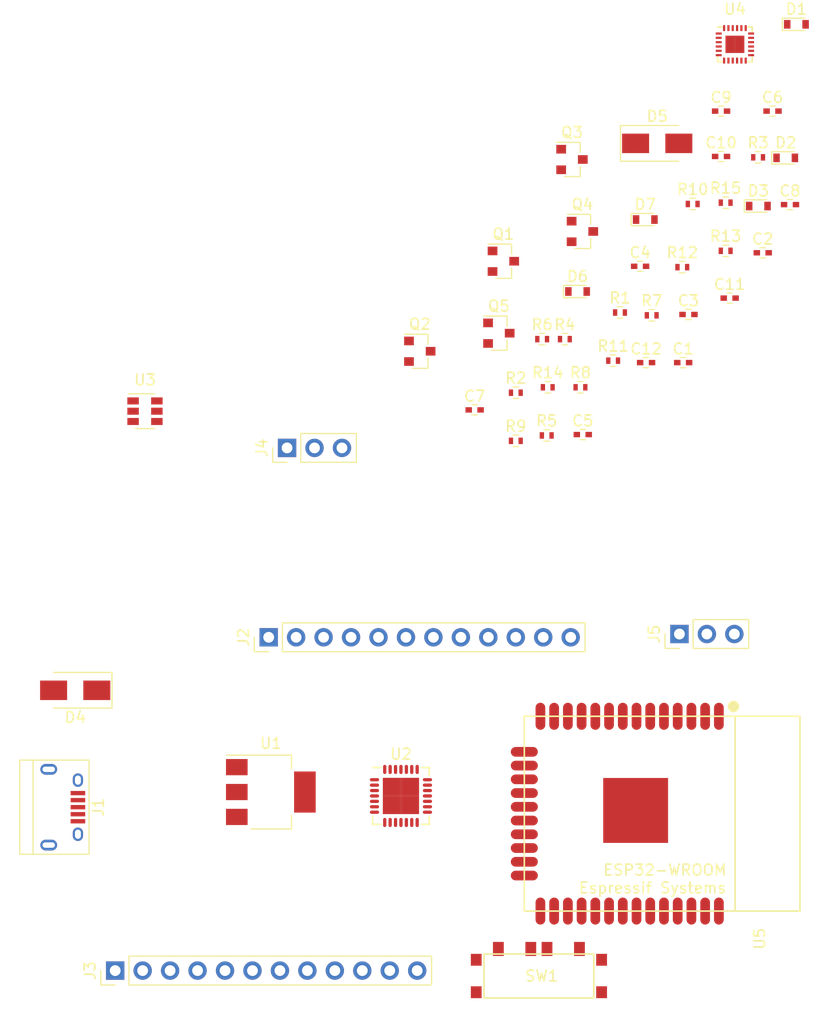
<source format=kicad_pcb>
(kicad_pcb (version 20170123) (host pcbnew no-vcs-found-ef6910f~59~ubuntu16.04.1)

  (general
    (thickness 1.6)
    (drawings 0)
    (tracks 0)
    (zones 0)
    (modules 50)
    (nets 79)
  )

  (page A4)
  (layers
    (0 F.Cu signal)
    (31 B.Cu signal)
    (32 B.Adhes user)
    (33 F.Adhes user)
    (34 B.Paste user)
    (35 F.Paste user)
    (36 B.SilkS user)
    (37 F.SilkS user)
    (38 B.Mask user)
    (39 F.Mask user)
    (40 Dwgs.User user)
    (41 Cmts.User user)
    (42 Eco1.User user)
    (43 Eco2.User user)
    (44 Edge.Cuts user)
    (45 Margin user)
    (46 B.CrtYd user)
    (47 F.CrtYd user)
    (48 B.Fab user)
    (49 F.Fab user)
  )

  (setup
    (last_trace_width 0.25)
    (trace_clearance 0)
    (zone_clearance 0.508)
    (zone_45_only no)
    (trace_min 0.2)
    (segment_width 0.2)
    (edge_width 0.15)
    (via_size 0.8)
    (via_drill 0.4)
    (via_min_size 0.4)
    (via_min_drill 0.3)
    (uvia_size 0.3)
    (uvia_drill 0.1)
    (uvias_allowed no)
    (uvia_min_size 0.2)
    (uvia_min_drill 0.1)
    (pcb_text_width 0.3)
    (pcb_text_size 1.5 1.5)
    (mod_edge_width 0.15)
    (mod_text_size 1 1)
    (mod_text_width 0.15)
    (pad_size 1.524 1.524)
    (pad_drill 0.762)
    (pad_to_mask_clearance 0.2)
    (aux_axis_origin 0 0)
    (visible_elements FFFFFF7F)
    (pcbplotparams
      (layerselection 0x00030_ffffffff)
      (usegerberextensions false)
      (excludeedgelayer true)
      (linewidth 0.100000)
      (plotframeref false)
      (viasonmask false)
      (mode 1)
      (useauxorigin false)
      (hpglpennumber 1)
      (hpglpenspeed 20)
      (hpglpendiameter 15)
      (psnegative false)
      (psa4output false)
      (plotreference true)
      (plotvalue true)
      (plotinvisibletext false)
      (padsonsilk false)
      (subtractmaskfromsilk false)
      (outputformat 1)
      (mirror false)
      (drillshape 1)
      (scaleselection 1)
      (outputdirectory ""))
  )

  (net 0 "")
  (net 1 +3V3)
  (net 2 IO33/SDA)
  (net 3 GND)
  (net 4 I39)
  (net 5 IO32/SCL)
  (net 6 STEERING_5V_PWM)
  (net 7 IO26)
  (net 8 IO27)
  (net 9 MOTOR_5V_PWM)
  (net 10 EN)
  (net 11 RTS)
  (net 12 "Net-(Q1-Pad1)")
  (net 13 "Net-(Q3-Pad1)")
  (net 14 LED)
  (net 15 DTR)
  (net 16 IO0)
  (net 17 "Net-(Q2-Pad1)")
  (net 18 +5V)
  (net 19 IO23)
  (net 20 TXD)
  (net 21 "Net-(R8-Pad2)")
  (net 22 "Net-(D7-Pad2)")
  (net 23 "Net-(D6-Pad2)")
  (net 24 "Net-(D3-Pad1)")
  (net 25 "Net-(R4-Pad1)")
  (net 26 "Net-(R3-Pad1)")
  (net 27 "Net-(D2-Pad1)")
  (net 28 I36)
  (net 29 I34)
  (net 30 IO13)
  (net 31 IO14)
  (net 32 IO25)
  (net 33 IO4)
  (net 34 IO16)
  (net 35 IO17)
  (net 36 IO18)
  (net 37 IO19)
  (net 38 IO21)
  (net 39 IO22)
  (net 40 +5V_ESC)
  (net 41 "Net-(SW1-Pad1)")
  (net 42 RXD)
  (net 43 "Net-(U5-Pad32)")
  (net 44 IO5)
  (net 45 IO2)
  (net 46 IO15)
  (net 47 "Net-(U5-Pad22)")
  (net 48 "Net-(U5-Pad21)")
  (net 49 "Net-(U5-Pad20)")
  (net 50 "Net-(U5-Pad19)")
  (net 51 "Net-(U5-Pad18)")
  (net 52 "Net-(U5-Pad17)")
  (net 53 IO12)
  (net 54 I35)
  (net 55 "Net-(U2-Pad27)")
  (net 56 "Net-(U2-Pad23)")
  (net 57 "Net-(U2-Pad22)")
  (net 58 "Net-(U2-Pad21)")
  (net 59 "Net-(U2-Pad20)")
  (net 60 "Net-(U2-Pad19)")
  (net 61 "Net-(U2-Pad18)")
  (net 62 "Net-(U2-Pad17)")
  (net 63 "Net-(U2-Pad16)")
  (net 64 "Net-(U2-Pad15)")
  (net 65 "Net-(U2-Pad14)")
  (net 66 "Net-(U2-Pad13)")
  (net 67 "Net-(U2-Pad12)")
  (net 68 "Net-(U2-Pad11)")
  (net 69 "Net-(U2-Pad10)")
  (net 70 "Net-(U2-Pad9)")
  (net 71 VBUS)
  (net 72 "Net-(U2-Pad2)")
  (net 73 "Net-(U2-Pad1)")
  (net 74 "Net-(U4-Pad21)")
  (net 75 "Net-(U4-Pad19)")
  (net 76 "Net-(C10-Pad1)")
  (net 77 "Net-(U4-Pad7)")
  (net 78 "Net-(J1-Pad4)")

  (net_class Default "This is the default net class."
    (clearance 0)
    (trace_width 0.25)
    (via_dia 0.8)
    (via_drill 0.4)
    (uvia_dia 0.3)
    (uvia_drill 0.1)
    (add_net +3V3)
    (add_net +5V)
    (add_net +5V_ESC)
    (add_net DTR)
    (add_net EN)
    (add_net GND)
    (add_net I34)
    (add_net I35)
    (add_net I36)
    (add_net I39)
    (add_net IO0)
    (add_net IO12)
    (add_net IO13)
    (add_net IO14)
    (add_net IO15)
    (add_net IO16)
    (add_net IO17)
    (add_net IO18)
    (add_net IO19)
    (add_net IO2)
    (add_net IO21)
    (add_net IO22)
    (add_net IO23)
    (add_net IO25)
    (add_net IO26)
    (add_net IO27)
    (add_net IO32/SCL)
    (add_net IO33/SDA)
    (add_net IO4)
    (add_net IO5)
    (add_net LED)
    (add_net MOTOR_5V_PWM)
    (add_net "Net-(C10-Pad1)")
    (add_net "Net-(D2-Pad1)")
    (add_net "Net-(D3-Pad1)")
    (add_net "Net-(D6-Pad2)")
    (add_net "Net-(D7-Pad2)")
    (add_net "Net-(J1-Pad4)")
    (add_net "Net-(Q1-Pad1)")
    (add_net "Net-(Q2-Pad1)")
    (add_net "Net-(Q3-Pad1)")
    (add_net "Net-(R3-Pad1)")
    (add_net "Net-(R4-Pad1)")
    (add_net "Net-(R8-Pad2)")
    (add_net "Net-(SW1-Pad1)")
    (add_net "Net-(U2-Pad1)")
    (add_net "Net-(U2-Pad10)")
    (add_net "Net-(U2-Pad11)")
    (add_net "Net-(U2-Pad12)")
    (add_net "Net-(U2-Pad13)")
    (add_net "Net-(U2-Pad14)")
    (add_net "Net-(U2-Pad15)")
    (add_net "Net-(U2-Pad16)")
    (add_net "Net-(U2-Pad17)")
    (add_net "Net-(U2-Pad18)")
    (add_net "Net-(U2-Pad19)")
    (add_net "Net-(U2-Pad2)")
    (add_net "Net-(U2-Pad20)")
    (add_net "Net-(U2-Pad21)")
    (add_net "Net-(U2-Pad22)")
    (add_net "Net-(U2-Pad23)")
    (add_net "Net-(U2-Pad27)")
    (add_net "Net-(U2-Pad9)")
    (add_net "Net-(U4-Pad19)")
    (add_net "Net-(U4-Pad21)")
    (add_net "Net-(U4-Pad7)")
    (add_net "Net-(U5-Pad17)")
    (add_net "Net-(U5-Pad18)")
    (add_net "Net-(U5-Pad19)")
    (add_net "Net-(U5-Pad20)")
    (add_net "Net-(U5-Pad21)")
    (add_net "Net-(U5-Pad22)")
    (add_net "Net-(U5-Pad32)")
    (add_net RTS)
    (add_net RXD)
    (add_net STEERING_5V_PWM)
    (add_net TXD)
    (add_net VBUS)
  )

  (module Capacitors_SMD:C_0402 (layer F.Cu) (tedit 58AA841A) (tstamp 598C5C8F)
    (at 171.417381 63.3175)
    (descr "Capacitor SMD 0402, reflow soldering, AVX (see smccp.pdf)")
    (tags "capacitor 0402")
    (path /598EEFD9)
    (attr smd)
    (fp_text reference C12 (at 0 -1.27) (layer F.SilkS)
      (effects (font (size 1 1) (thickness 0.15)))
    )
    (fp_text value 1uF (at 0 1.27) (layer F.Fab)
      (effects (font (size 1 1) (thickness 0.15)))
    )
    (fp_text user %R (at 0 -1.27) (layer F.Fab)
      (effects (font (size 1 1) (thickness 0.15)))
    )
    (fp_line (start -0.5 0.25) (end -0.5 -0.25) (layer F.Fab) (width 0.1))
    (fp_line (start 0.5 0.25) (end -0.5 0.25) (layer F.Fab) (width 0.1))
    (fp_line (start 0.5 -0.25) (end 0.5 0.25) (layer F.Fab) (width 0.1))
    (fp_line (start -0.5 -0.25) (end 0.5 -0.25) (layer F.Fab) (width 0.1))
    (fp_line (start 0.25 -0.47) (end -0.25 -0.47) (layer F.SilkS) (width 0.12))
    (fp_line (start -0.25 0.47) (end 0.25 0.47) (layer F.SilkS) (width 0.12))
    (fp_line (start -1 -0.4) (end 1 -0.4) (layer F.CrtYd) (width 0.05))
    (fp_line (start -1 -0.4) (end -1 0.4) (layer F.CrtYd) (width 0.05))
    (fp_line (start 1 0.4) (end 1 -0.4) (layer F.CrtYd) (width 0.05))
    (fp_line (start 1 0.4) (end -1 0.4) (layer F.CrtYd) (width 0.05))
    (pad 1 smd rect (at -0.55 0) (size 0.6 0.5) (layers F.Cu F.Paste F.Mask)
      (net 10 EN))
    (pad 2 smd rect (at 0.55 0) (size 0.6 0.5) (layers F.Cu F.Paste F.Mask)
      (net 3 GND))
    (model Capacitors_SMD.3dshapes/C_0402.wrl
      (at (xyz 0 0 0))
      (scale (xyz 1 1 1))
      (rotate (xyz 0 0 0))
    )
  )

  (module Capacitors_SMD:C_0402 (layer F.Cu) (tedit 58AA841A) (tstamp 598C5C7E)
    (at 179.148333 57.3575)
    (descr "Capacitor SMD 0402, reflow soldering, AVX (see smccp.pdf)")
    (tags "capacitor 0402")
    (path /598CD277)
    (attr smd)
    (fp_text reference C11 (at 0 -1.27) (layer F.SilkS)
      (effects (font (size 1 1) (thickness 0.15)))
    )
    (fp_text value 10nF (at 0 1.27) (layer F.Fab)
      (effects (font (size 1 1) (thickness 0.15)))
    )
    (fp_line (start 1 0.4) (end -1 0.4) (layer F.CrtYd) (width 0.05))
    (fp_line (start 1 0.4) (end 1 -0.4) (layer F.CrtYd) (width 0.05))
    (fp_line (start -1 -0.4) (end -1 0.4) (layer F.CrtYd) (width 0.05))
    (fp_line (start -1 -0.4) (end 1 -0.4) (layer F.CrtYd) (width 0.05))
    (fp_line (start -0.25 0.47) (end 0.25 0.47) (layer F.SilkS) (width 0.12))
    (fp_line (start 0.25 -0.47) (end -0.25 -0.47) (layer F.SilkS) (width 0.12))
    (fp_line (start -0.5 -0.25) (end 0.5 -0.25) (layer F.Fab) (width 0.1))
    (fp_line (start 0.5 -0.25) (end 0.5 0.25) (layer F.Fab) (width 0.1))
    (fp_line (start 0.5 0.25) (end -0.5 0.25) (layer F.Fab) (width 0.1))
    (fp_line (start -0.5 0.25) (end -0.5 -0.25) (layer F.Fab) (width 0.1))
    (fp_text user %R (at 0 -1.27) (layer F.Fab)
      (effects (font (size 1 1) (thickness 0.15)))
    )
    (pad 2 smd rect (at 0.55 0) (size 0.6 0.5) (layers F.Cu F.Paste F.Mask)
      (net 3 GND))
    (pad 1 smd rect (at -0.55 0) (size 0.6 0.5) (layers F.Cu F.Paste F.Mask)
      (net 1 +3V3))
    (model Capacitors_SMD.3dshapes/C_0402.wrl
      (at (xyz 0 0 0))
      (scale (xyz 1 1 1))
      (rotate (xyz 0 0 0))
    )
  )

  (module Capacitors_SMD:C_0402 (layer F.Cu) (tedit 58AA841A) (tstamp 598C5C6D)
    (at 178.354524 44.2675)
    (descr "Capacitor SMD 0402, reflow soldering, AVX (see smccp.pdf)")
    (tags "capacitor 0402")
    (path /598B9BC9)
    (attr smd)
    (fp_text reference C10 (at 0 -1.27) (layer F.SilkS)
      (effects (font (size 1 1) (thickness 0.15)))
    )
    (fp_text value 100nF (at 0 1.27) (layer F.Fab)
      (effects (font (size 1 1) (thickness 0.15)))
    )
    (fp_text user %R (at 0 -1.27) (layer F.Fab)
      (effects (font (size 1 1) (thickness 0.15)))
    )
    (fp_line (start -0.5 0.25) (end -0.5 -0.25) (layer F.Fab) (width 0.1))
    (fp_line (start 0.5 0.25) (end -0.5 0.25) (layer F.Fab) (width 0.1))
    (fp_line (start 0.5 -0.25) (end 0.5 0.25) (layer F.Fab) (width 0.1))
    (fp_line (start -0.5 -0.25) (end 0.5 -0.25) (layer F.Fab) (width 0.1))
    (fp_line (start 0.25 -0.47) (end -0.25 -0.47) (layer F.SilkS) (width 0.12))
    (fp_line (start -0.25 0.47) (end 0.25 0.47) (layer F.SilkS) (width 0.12))
    (fp_line (start -1 -0.4) (end 1 -0.4) (layer F.CrtYd) (width 0.05))
    (fp_line (start -1 -0.4) (end -1 0.4) (layer F.CrtYd) (width 0.05))
    (fp_line (start 1 0.4) (end 1 -0.4) (layer F.CrtYd) (width 0.05))
    (fp_line (start 1 0.4) (end -1 0.4) (layer F.CrtYd) (width 0.05))
    (pad 1 smd rect (at -0.55 0) (size 0.6 0.5) (layers F.Cu F.Paste F.Mask)
      (net 76 "Net-(C10-Pad1)"))
    (pad 2 smd rect (at 0.55 0) (size 0.6 0.5) (layers F.Cu F.Paste F.Mask)
      (net 3 GND))
    (model Capacitors_SMD.3dshapes/C_0402.wrl
      (at (xyz 0 0 0))
      (scale (xyz 1 1 1))
      (rotate (xyz 0 0 0))
    )
  )

  (module Capacitors_SMD:C_0402 (layer F.Cu) (tedit 58AA841A) (tstamp 598C5C5C)
    (at 178.354524 40.0775)
    (descr "Capacitor SMD 0402, reflow soldering, AVX (see smccp.pdf)")
    (tags "capacitor 0402")
    (path /598CD1F3)
    (attr smd)
    (fp_text reference C9 (at 0 -1.27) (layer F.SilkS)
      (effects (font (size 1 1) (thickness 0.15)))
    )
    (fp_text value 100nF (at 0 1.27) (layer F.Fab)
      (effects (font (size 1 1) (thickness 0.15)))
    )
    (fp_line (start 1 0.4) (end -1 0.4) (layer F.CrtYd) (width 0.05))
    (fp_line (start 1 0.4) (end 1 -0.4) (layer F.CrtYd) (width 0.05))
    (fp_line (start -1 -0.4) (end -1 0.4) (layer F.CrtYd) (width 0.05))
    (fp_line (start -1 -0.4) (end 1 -0.4) (layer F.CrtYd) (width 0.05))
    (fp_line (start -0.25 0.47) (end 0.25 0.47) (layer F.SilkS) (width 0.12))
    (fp_line (start 0.25 -0.47) (end -0.25 -0.47) (layer F.SilkS) (width 0.12))
    (fp_line (start -0.5 -0.25) (end 0.5 -0.25) (layer F.Fab) (width 0.1))
    (fp_line (start 0.5 -0.25) (end 0.5 0.25) (layer F.Fab) (width 0.1))
    (fp_line (start 0.5 0.25) (end -0.5 0.25) (layer F.Fab) (width 0.1))
    (fp_line (start -0.5 0.25) (end -0.5 -0.25) (layer F.Fab) (width 0.1))
    (fp_text user %R (at 0 -1.27) (layer F.Fab)
      (effects (font (size 1 1) (thickness 0.15)))
    )
    (pad 2 smd rect (at 0.55 0) (size 0.6 0.5) (layers F.Cu F.Paste F.Mask)
      (net 3 GND))
    (pad 1 smd rect (at -0.55 0) (size 0.6 0.5) (layers F.Cu F.Paste F.Mask)
      (net 1 +3V3))
    (model Capacitors_SMD.3dshapes/C_0402.wrl
      (at (xyz 0 0 0))
      (scale (xyz 1 1 1))
      (rotate (xyz 0 0 0))
    )
  )

  (module Capacitors_SMD:C_0402 (layer F.Cu) (tedit 58AA841A) (tstamp 598C5C4B)
    (at 184.732143 48.7175)
    (descr "Capacitor SMD 0402, reflow soldering, AVX (see smccp.pdf)")
    (tags "capacitor 0402")
    (path /598B25C0)
    (attr smd)
    (fp_text reference C8 (at 0 -1.27) (layer F.SilkS)
      (effects (font (size 1 1) (thickness 0.15)))
    )
    (fp_text value 1uF (at 0 1.27) (layer F.Fab)
      (effects (font (size 1 1) (thickness 0.15)))
    )
    (fp_text user %R (at 0 -1.27) (layer F.Fab)
      (effects (font (size 1 1) (thickness 0.15)))
    )
    (fp_line (start -0.5 0.25) (end -0.5 -0.25) (layer F.Fab) (width 0.1))
    (fp_line (start 0.5 0.25) (end -0.5 0.25) (layer F.Fab) (width 0.1))
    (fp_line (start 0.5 -0.25) (end 0.5 0.25) (layer F.Fab) (width 0.1))
    (fp_line (start -0.5 -0.25) (end 0.5 -0.25) (layer F.Fab) (width 0.1))
    (fp_line (start 0.25 -0.47) (end -0.25 -0.47) (layer F.SilkS) (width 0.12))
    (fp_line (start -0.25 0.47) (end 0.25 0.47) (layer F.SilkS) (width 0.12))
    (fp_line (start -1 -0.4) (end 1 -0.4) (layer F.CrtYd) (width 0.05))
    (fp_line (start -1 -0.4) (end -1 0.4) (layer F.CrtYd) (width 0.05))
    (fp_line (start 1 0.4) (end 1 -0.4) (layer F.CrtYd) (width 0.05))
    (fp_line (start 1 0.4) (end -1 0.4) (layer F.CrtYd) (width 0.05))
    (pad 1 smd rect (at -0.55 0) (size 0.6 0.5) (layers F.Cu F.Paste F.Mask)
      (net 1 +3V3))
    (pad 2 smd rect (at 0.55 0) (size 0.6 0.5) (layers F.Cu F.Paste F.Mask)
      (net 3 GND))
    (model Capacitors_SMD.3dshapes/C_0402.wrl
      (at (xyz 0 0 0))
      (scale (xyz 1 1 1))
      (rotate (xyz 0 0 0))
    )
  )

  (module Capacitors_SMD:C_0402 (layer F.Cu) (tedit 58AA841A) (tstamp 598C5C3A)
    (at 155.554524 67.6875)
    (descr "Capacitor SMD 0402, reflow soldering, AVX (see smccp.pdf)")
    (tags "capacitor 0402")
    (path /598BE662)
    (attr smd)
    (fp_text reference C7 (at 0 -1.27) (layer F.SilkS)
      (effects (font (size 1 1) (thickness 0.15)))
    )
    (fp_text value 100uF (at 0 1.27) (layer F.Fab)
      (effects (font (size 1 1) (thickness 0.15)))
    )
    (fp_line (start 1 0.4) (end -1 0.4) (layer F.CrtYd) (width 0.05))
    (fp_line (start 1 0.4) (end 1 -0.4) (layer F.CrtYd) (width 0.05))
    (fp_line (start -1 -0.4) (end -1 0.4) (layer F.CrtYd) (width 0.05))
    (fp_line (start -1 -0.4) (end 1 -0.4) (layer F.CrtYd) (width 0.05))
    (fp_line (start -0.25 0.47) (end 0.25 0.47) (layer F.SilkS) (width 0.12))
    (fp_line (start 0.25 -0.47) (end -0.25 -0.47) (layer F.SilkS) (width 0.12))
    (fp_line (start -0.5 -0.25) (end 0.5 -0.25) (layer F.Fab) (width 0.1))
    (fp_line (start 0.5 -0.25) (end 0.5 0.25) (layer F.Fab) (width 0.1))
    (fp_line (start 0.5 0.25) (end -0.5 0.25) (layer F.Fab) (width 0.1))
    (fp_line (start -0.5 0.25) (end -0.5 -0.25) (layer F.Fab) (width 0.1))
    (fp_text user %R (at 0 -1.27) (layer F.Fab)
      (effects (font (size 1 1) (thickness 0.15)))
    )
    (pad 2 smd rect (at 0.55 0) (size 0.6 0.5) (layers F.Cu F.Paste F.Mask)
      (net 3 GND))
    (pad 1 smd rect (at -0.55 0) (size 0.6 0.5) (layers F.Cu F.Paste F.Mask)
      (net 1 +3V3))
    (model Capacitors_SMD.3dshapes/C_0402.wrl
      (at (xyz 0 0 0))
      (scale (xyz 1 1 1))
      (rotate (xyz 0 0 0))
    )
  )

  (module Capacitors_SMD:C_0402 (layer F.Cu) (tedit 58AA841A) (tstamp 598C5C29)
    (at 183.114524 40.0775)
    (descr "Capacitor SMD 0402, reflow soldering, AVX (see smccp.pdf)")
    (tags "capacitor 0402")
    (path /598C7A0D)
    (attr smd)
    (fp_text reference C6 (at 0 -1.27) (layer F.SilkS)
      (effects (font (size 1 1) (thickness 0.15)))
    )
    (fp_text value 100nF (at 0 1.27) (layer F.Fab)
      (effects (font (size 1 1) (thickness 0.15)))
    )
    (fp_text user %R (at 0 -1.27) (layer F.Fab)
      (effects (font (size 1 1) (thickness 0.15)))
    )
    (fp_line (start -0.5 0.25) (end -0.5 -0.25) (layer F.Fab) (width 0.1))
    (fp_line (start 0.5 0.25) (end -0.5 0.25) (layer F.Fab) (width 0.1))
    (fp_line (start 0.5 -0.25) (end 0.5 0.25) (layer F.Fab) (width 0.1))
    (fp_line (start -0.5 -0.25) (end 0.5 -0.25) (layer F.Fab) (width 0.1))
    (fp_line (start 0.25 -0.47) (end -0.25 -0.47) (layer F.SilkS) (width 0.12))
    (fp_line (start -0.25 0.47) (end 0.25 0.47) (layer F.SilkS) (width 0.12))
    (fp_line (start -1 -0.4) (end 1 -0.4) (layer F.CrtYd) (width 0.05))
    (fp_line (start -1 -0.4) (end -1 0.4) (layer F.CrtYd) (width 0.05))
    (fp_line (start 1 0.4) (end 1 -0.4) (layer F.CrtYd) (width 0.05))
    (fp_line (start 1 0.4) (end -1 0.4) (layer F.CrtYd) (width 0.05))
    (pad 1 smd rect (at -0.55 0) (size 0.6 0.5) (layers F.Cu F.Paste F.Mask)
      (net 71 VBUS))
    (pad 2 smd rect (at 0.55 0) (size 0.6 0.5) (layers F.Cu F.Paste F.Mask)
      (net 3 GND))
    (model Capacitors_SMD.3dshapes/C_0402.wrl
      (at (xyz 0 0 0))
      (scale (xyz 1 1 1))
      (rotate (xyz 0 0 0))
    )
  )

  (module Capacitors_SMD:C_0402 (layer F.Cu) (tedit 58AA841A) (tstamp 598C5C18)
    (at 165.558333 69.9675)
    (descr "Capacitor SMD 0402, reflow soldering, AVX (see smccp.pdf)")
    (tags "capacitor 0402")
    (path /598C7A85)
    (attr smd)
    (fp_text reference C5 (at 0 -1.27) (layer F.SilkS)
      (effects (font (size 1 1) (thickness 0.15)))
    )
    (fp_text value 10uF (at 0 1.27) (layer F.Fab)
      (effects (font (size 1 1) (thickness 0.15)))
    )
    (fp_line (start 1 0.4) (end -1 0.4) (layer F.CrtYd) (width 0.05))
    (fp_line (start 1 0.4) (end 1 -0.4) (layer F.CrtYd) (width 0.05))
    (fp_line (start -1 -0.4) (end -1 0.4) (layer F.CrtYd) (width 0.05))
    (fp_line (start -1 -0.4) (end 1 -0.4) (layer F.CrtYd) (width 0.05))
    (fp_line (start -0.25 0.47) (end 0.25 0.47) (layer F.SilkS) (width 0.12))
    (fp_line (start 0.25 -0.47) (end -0.25 -0.47) (layer F.SilkS) (width 0.12))
    (fp_line (start -0.5 -0.25) (end 0.5 -0.25) (layer F.Fab) (width 0.1))
    (fp_line (start 0.5 -0.25) (end 0.5 0.25) (layer F.Fab) (width 0.1))
    (fp_line (start 0.5 0.25) (end -0.5 0.25) (layer F.Fab) (width 0.1))
    (fp_line (start -0.5 0.25) (end -0.5 -0.25) (layer F.Fab) (width 0.1))
    (fp_text user %R (at 0 -1.27) (layer F.Fab)
      (effects (font (size 1 1) (thickness 0.15)))
    )
    (pad 2 smd rect (at 0.55 0) (size 0.6 0.5) (layers F.Cu F.Paste F.Mask)
      (net 3 GND))
    (pad 1 smd rect (at -0.55 0) (size 0.6 0.5) (layers F.Cu F.Paste F.Mask)
      (net 71 VBUS))
    (model Capacitors_SMD.3dshapes/C_0402.wrl
      (at (xyz 0 0 0))
      (scale (xyz 1 1 1))
      (rotate (xyz 0 0 0))
    )
  )

  (module Capacitors_SMD:C_0402 (layer F.Cu) (tedit 58AA841A) (tstamp 598C5C07)
    (at 170.864524 54.4175)
    (descr "Capacitor SMD 0402, reflow soldering, AVX (see smccp.pdf)")
    (tags "capacitor 0402")
    (path /598C55A1)
    (attr smd)
    (fp_text reference C4 (at 0 -1.27) (layer F.SilkS)
      (effects (font (size 1 1) (thickness 0.15)))
    )
    (fp_text value 100nF (at 0 1.27) (layer F.Fab)
      (effects (font (size 1 1) (thickness 0.15)))
    )
    (fp_text user %R (at 0 -1.27) (layer F.Fab)
      (effects (font (size 1 1) (thickness 0.15)))
    )
    (fp_line (start -0.5 0.25) (end -0.5 -0.25) (layer F.Fab) (width 0.1))
    (fp_line (start 0.5 0.25) (end -0.5 0.25) (layer F.Fab) (width 0.1))
    (fp_line (start 0.5 -0.25) (end 0.5 0.25) (layer F.Fab) (width 0.1))
    (fp_line (start -0.5 -0.25) (end 0.5 -0.25) (layer F.Fab) (width 0.1))
    (fp_line (start 0.25 -0.47) (end -0.25 -0.47) (layer F.SilkS) (width 0.12))
    (fp_line (start -0.25 0.47) (end 0.25 0.47) (layer F.SilkS) (width 0.12))
    (fp_line (start -1 -0.4) (end 1 -0.4) (layer F.CrtYd) (width 0.05))
    (fp_line (start -1 -0.4) (end -1 0.4) (layer F.CrtYd) (width 0.05))
    (fp_line (start 1 0.4) (end 1 -0.4) (layer F.CrtYd) (width 0.05))
    (fp_line (start 1 0.4) (end -1 0.4) (layer F.CrtYd) (width 0.05))
    (pad 1 smd rect (at -0.55 0) (size 0.6 0.5) (layers F.Cu F.Paste F.Mask)
      (net 1 +3V3))
    (pad 2 smd rect (at 0.55 0) (size 0.6 0.5) (layers F.Cu F.Paste F.Mask)
      (net 3 GND))
    (model Capacitors_SMD.3dshapes/C_0402.wrl
      (at (xyz 0 0 0))
      (scale (xyz 1 1 1))
      (rotate (xyz 0 0 0))
    )
  )

  (module Capacitors_SMD:C_0402 (layer F.Cu) (tedit 58AA841A) (tstamp 598C5BF6)
    (at 175.338333 58.8675)
    (descr "Capacitor SMD 0402, reflow soldering, AVX (see smccp.pdf)")
    (tags "capacitor 0402")
    (path /598C5AD1)
    (attr smd)
    (fp_text reference C3 (at 0 -1.27) (layer F.SilkS)
      (effects (font (size 1 1) (thickness 0.15)))
    )
    (fp_text value 10uF (at 0 1.27) (layer F.Fab)
      (effects (font (size 1 1) (thickness 0.15)))
    )
    (fp_line (start 1 0.4) (end -1 0.4) (layer F.CrtYd) (width 0.05))
    (fp_line (start 1 0.4) (end 1 -0.4) (layer F.CrtYd) (width 0.05))
    (fp_line (start -1 -0.4) (end -1 0.4) (layer F.CrtYd) (width 0.05))
    (fp_line (start -1 -0.4) (end 1 -0.4) (layer F.CrtYd) (width 0.05))
    (fp_line (start -0.25 0.47) (end 0.25 0.47) (layer F.SilkS) (width 0.12))
    (fp_line (start 0.25 -0.47) (end -0.25 -0.47) (layer F.SilkS) (width 0.12))
    (fp_line (start -0.5 -0.25) (end 0.5 -0.25) (layer F.Fab) (width 0.1))
    (fp_line (start 0.5 -0.25) (end 0.5 0.25) (layer F.Fab) (width 0.1))
    (fp_line (start 0.5 0.25) (end -0.5 0.25) (layer F.Fab) (width 0.1))
    (fp_line (start -0.5 0.25) (end -0.5 -0.25) (layer F.Fab) (width 0.1))
    (fp_text user %R (at 0 -1.27) (layer F.Fab)
      (effects (font (size 1 1) (thickness 0.15)))
    )
    (pad 2 smd rect (at 0.55 0) (size 0.6 0.5) (layers F.Cu F.Paste F.Mask)
      (net 3 GND))
    (pad 1 smd rect (at -0.55 0) (size 0.6 0.5) (layers F.Cu F.Paste F.Mask)
      (net 1 +3V3))
    (model Capacitors_SMD.3dshapes/C_0402.wrl
      (at (xyz 0 0 0))
      (scale (xyz 1 1 1))
      (rotate (xyz 0 0 0))
    )
  )

  (module Capacitors_SMD:C_0402 (layer F.Cu) (tedit 58AA841A) (tstamp 598C5BE5)
    (at 182.208333 53.1675)
    (descr "Capacitor SMD 0402, reflow soldering, AVX (see smccp.pdf)")
    (tags "capacitor 0402")
    (path /598BC2CE)
    (attr smd)
    (fp_text reference C2 (at 0 -1.27) (layer F.SilkS)
      (effects (font (size 1 1) (thickness 0.15)))
    )
    (fp_text value 10uF (at 0 1.27) (layer F.Fab)
      (effects (font (size 1 1) (thickness 0.15)))
    )
    (fp_text user %R (at 0 -1.27) (layer F.Fab)
      (effects (font (size 1 1) (thickness 0.15)))
    )
    (fp_line (start -0.5 0.25) (end -0.5 -0.25) (layer F.Fab) (width 0.1))
    (fp_line (start 0.5 0.25) (end -0.5 0.25) (layer F.Fab) (width 0.1))
    (fp_line (start 0.5 -0.25) (end 0.5 0.25) (layer F.Fab) (width 0.1))
    (fp_line (start -0.5 -0.25) (end 0.5 -0.25) (layer F.Fab) (width 0.1))
    (fp_line (start 0.25 -0.47) (end -0.25 -0.47) (layer F.SilkS) (width 0.12))
    (fp_line (start -0.25 0.47) (end 0.25 0.47) (layer F.SilkS) (width 0.12))
    (fp_line (start -1 -0.4) (end 1 -0.4) (layer F.CrtYd) (width 0.05))
    (fp_line (start -1 -0.4) (end -1 0.4) (layer F.CrtYd) (width 0.05))
    (fp_line (start 1 0.4) (end 1 -0.4) (layer F.CrtYd) (width 0.05))
    (fp_line (start 1 0.4) (end -1 0.4) (layer F.CrtYd) (width 0.05))
    (pad 1 smd rect (at -0.55 0) (size 0.6 0.5) (layers F.Cu F.Paste F.Mask)
      (net 1 +3V3))
    (pad 2 smd rect (at 0.55 0) (size 0.6 0.5) (layers F.Cu F.Paste F.Mask)
      (net 3 GND))
    (model Capacitors_SMD.3dshapes/C_0402.wrl
      (at (xyz 0 0 0))
      (scale (xyz 1 1 1))
      (rotate (xyz 0 0 0))
    )
  )

  (module Capacitors_SMD:C_0402 (layer F.Cu) (tedit 58AA841A) (tstamp 598C5BD4)
    (at 174.848333 63.3175)
    (descr "Capacitor SMD 0402, reflow soldering, AVX (see smccp.pdf)")
    (tags "capacitor 0402")
    (path /598B8D5A)
    (attr smd)
    (fp_text reference C1 (at 0 -1.27) (layer F.SilkS)
      (effects (font (size 1 1) (thickness 0.15)))
    )
    (fp_text value 10uF (at 0 1.27) (layer F.Fab)
      (effects (font (size 1 1) (thickness 0.15)))
    )
    (fp_line (start 1 0.4) (end -1 0.4) (layer F.CrtYd) (width 0.05))
    (fp_line (start 1 0.4) (end 1 -0.4) (layer F.CrtYd) (width 0.05))
    (fp_line (start -1 -0.4) (end -1 0.4) (layer F.CrtYd) (width 0.05))
    (fp_line (start -1 -0.4) (end 1 -0.4) (layer F.CrtYd) (width 0.05))
    (fp_line (start -0.25 0.47) (end 0.25 0.47) (layer F.SilkS) (width 0.12))
    (fp_line (start 0.25 -0.47) (end -0.25 -0.47) (layer F.SilkS) (width 0.12))
    (fp_line (start -0.5 -0.25) (end 0.5 -0.25) (layer F.Fab) (width 0.1))
    (fp_line (start 0.5 -0.25) (end 0.5 0.25) (layer F.Fab) (width 0.1))
    (fp_line (start 0.5 0.25) (end -0.5 0.25) (layer F.Fab) (width 0.1))
    (fp_line (start -0.5 0.25) (end -0.5 -0.25) (layer F.Fab) (width 0.1))
    (fp_text user %R (at 0 -1.27) (layer F.Fab)
      (effects (font (size 1 1) (thickness 0.15)))
    )
    (pad 2 smd rect (at 0.55 0) (size 0.6 0.5) (layers F.Cu F.Paste F.Mask)
      (net 3 GND))
    (pad 1 smd rect (at -0.55 0) (size 0.6 0.5) (layers F.Cu F.Paste F.Mask)
      (net 18 +5V))
    (model Capacitors_SMD.3dshapes/C_0402.wrl
      (at (xyz 0 0 0))
      (scale (xyz 1 1 1))
      (rotate (xyz 0 0 0))
    )
  )

  (module Connectors:USB_Micro-B (layer F.Cu) (tedit 5543E447) (tstamp 598C5BC3)
    (at 117.5 104.4 270)
    (descr "Micro USB Type B Receptacle")
    (tags "USB USB_B USB_micro USB_OTG")
    (path /598AF3C1)
    (attr smd)
    (fp_text reference J1 (at 0 -3.24 270) (layer F.SilkS)
      (effects (font (size 1 1) (thickness 0.15)))
    )
    (fp_text value USB_OTG (at 0 5.01 270) (layer F.Fab)
      (effects (font (size 1 1) (thickness 0.15)))
    )
    (fp_line (start -4.35 4.03) (end -4.35 -2.38) (layer F.SilkS) (width 0.12))
    (fp_line (start 4.35 2.8) (end -4.35 2.8) (layer F.SilkS) (width 0.12))
    (fp_line (start 4.35 -2.38) (end 4.35 4.03) (layer F.SilkS) (width 0.12))
    (fp_line (start -4.35 -2.38) (end 4.35 -2.38) (layer F.SilkS) (width 0.12))
    (fp_line (start -4.35 4.03) (end 4.35 4.03) (layer F.SilkS) (width 0.12))
    (fp_line (start -4.6 4.26) (end -4.6 -2.59) (layer F.CrtYd) (width 0.05))
    (fp_line (start 4.6 4.26) (end -4.6 4.26) (layer F.CrtYd) (width 0.05))
    (fp_line (start 4.6 -2.59) (end 4.6 4.26) (layer F.CrtYd) (width 0.05))
    (fp_line (start -4.6 -2.59) (end 4.6 -2.59) (layer F.CrtYd) (width 0.05))
    (pad 6 thru_hole oval (at 3.5 1.35) (size 1.55 1) (drill oval 1.15 0.5) (layers *.Cu *.Mask)
      (net 3 GND))
    (pad 6 thru_hole oval (at -3.5 1.35) (size 1.55 1) (drill oval 1.15 0.5) (layers *.Cu *.Mask)
      (net 3 GND))
    (pad 6 thru_hole oval (at 2.5 -1.35) (size 0.95 1.25) (drill oval 0.55 0.85) (layers *.Cu *.Mask)
      (net 3 GND))
    (pad 6 thru_hole oval (at -2.5 -1.35) (size 0.95 1.25) (drill oval 0.55 0.85) (layers *.Cu *.Mask)
      (net 3 GND))
    (pad 5 smd rect (at 1.3 -1.35) (size 1.35 0.4) (layers F.Cu F.Paste F.Mask)
      (net 3 GND))
    (pad 4 smd rect (at 0.65 -1.35) (size 1.35 0.4) (layers F.Cu F.Paste F.Mask)
      (net 78 "Net-(J1-Pad4)"))
    (pad 3 smd rect (at 0 -1.35) (size 1.35 0.4) (layers F.Cu F.Paste F.Mask)
      (net 27 "Net-(D2-Pad1)"))
    (pad 2 smd rect (at -0.65 -1.35) (size 1.35 0.4) (layers F.Cu F.Paste F.Mask)
      (net 24 "Net-(D3-Pad1)"))
    (pad 1 smd rect (at -1.3 -1.35) (size 1.35 0.4) (layers F.Cu F.Paste F.Mask)
      (net 71 VBUS))
  )

  (module Diodes_SMD:D_0603 (layer F.Cu) (tedit 590CE922) (tstamp 598C5BAD)
    (at 185.323571 32.0575)
    (descr "Diode SMD in 0603 package http://datasheets.avx.com/schottky.pdf")
    (tags "smd diode")
    (path /598C177F)
    (attr smd)
    (fp_text reference D1 (at 0 -1.4) (layer F.SilkS)
      (effects (font (size 1 1) (thickness 0.15)))
    )
    (fp_text value ESD (at 0 1.4) (layer F.Fab)
      (effects (font (size 1 1) (thickness 0.15)))
    )
    (fp_line (start -1.3 -0.57) (end 0.8 -0.57) (layer F.SilkS) (width 0.12))
    (fp_line (start -1.3 0.57) (end 0.8 0.57) (layer F.SilkS) (width 0.12))
    (fp_line (start -0.8 -0.45) (end 0.8 -0.45) (layer F.Fab) (width 0.1))
    (fp_line (start 0.8 -0.45) (end 0.8 0.45) (layer F.Fab) (width 0.1))
    (fp_line (start 0.8 0.45) (end -0.8 0.45) (layer F.Fab) (width 0.1))
    (fp_line (start -0.8 0.45) (end -0.8 -0.45) (layer F.Fab) (width 0.1))
    (fp_line (start 0.2 -0.2) (end -0.1 0) (layer F.Fab) (width 0.1))
    (fp_line (start -0.1 0) (end 0.2 0.2) (layer F.Fab) (width 0.1))
    (fp_line (start 0.2 0.2) (end 0.2 -0.2) (layer F.Fab) (width 0.1))
    (fp_line (start -0.1 -0.2) (end -0.1 0.2) (layer F.Fab) (width 0.1))
    (fp_line (start -0.1 0) (end -0.3 0) (layer F.Fab) (width 0.1))
    (fp_line (start 0.2 0) (end 0.4 0) (layer F.Fab) (width 0.1))
    (fp_line (start 1.4 -0.67) (end -1.4 -0.67) (layer F.CrtYd) (width 0.05))
    (fp_line (start -1.4 -0.67) (end -1.4 0.67) (layer F.CrtYd) (width 0.05))
    (fp_line (start -1.4 0.67) (end 1.4 0.67) (layer F.CrtYd) (width 0.05))
    (fp_line (start 1.4 0.67) (end 1.4 -0.67) (layer F.CrtYd) (width 0.05))
    (fp_line (start -1.3 -0.57) (end -1.3 0.57) (layer F.SilkS) (width 0.12))
    (fp_text user %R (at 0 -1.4) (layer F.Fab)
      (effects (font (size 1 1) (thickness 0.15)))
    )
    (pad 2 smd rect (at 0.85 0) (size 0.6 0.8) (layers F.Cu F.Paste F.Mask)
      (net 3 GND))
    (pad 1 smd rect (at -0.85 0) (size 0.6 0.8) (layers F.Cu F.Paste F.Mask)
      (net 71 VBUS))
    (model ${KISYS3DMOD}/Diodes_SMD.3dshapes/D_0603.wrl
      (at (xyz 0 0 0))
      (scale (xyz 1 1 1))
      (rotate (xyz 0 0 0))
    )
  )

  (module Diodes_SMD:D_0603 (layer F.Cu) (tedit 590CE922) (tstamp 598C5B95)
    (at 184.333571 44.3975)
    (descr "Diode SMD in 0603 package http://datasheets.avx.com/schottky.pdf")
    (tags "smd diode")
    (path /598C1919)
    (attr smd)
    (fp_text reference D2 (at 0 -1.4) (layer F.SilkS)
      (effects (font (size 1 1) (thickness 0.15)))
    )
    (fp_text value ESD (at 0 1.4) (layer F.Fab)
      (effects (font (size 1 1) (thickness 0.15)))
    )
    (fp_text user %R (at 0 -1.4) (layer F.Fab)
      (effects (font (size 1 1) (thickness 0.15)))
    )
    (fp_line (start -1.3 -0.57) (end -1.3 0.57) (layer F.SilkS) (width 0.12))
    (fp_line (start 1.4 0.67) (end 1.4 -0.67) (layer F.CrtYd) (width 0.05))
    (fp_line (start -1.4 0.67) (end 1.4 0.67) (layer F.CrtYd) (width 0.05))
    (fp_line (start -1.4 -0.67) (end -1.4 0.67) (layer F.CrtYd) (width 0.05))
    (fp_line (start 1.4 -0.67) (end -1.4 -0.67) (layer F.CrtYd) (width 0.05))
    (fp_line (start 0.2 0) (end 0.4 0) (layer F.Fab) (width 0.1))
    (fp_line (start -0.1 0) (end -0.3 0) (layer F.Fab) (width 0.1))
    (fp_line (start -0.1 -0.2) (end -0.1 0.2) (layer F.Fab) (width 0.1))
    (fp_line (start 0.2 0.2) (end 0.2 -0.2) (layer F.Fab) (width 0.1))
    (fp_line (start -0.1 0) (end 0.2 0.2) (layer F.Fab) (width 0.1))
    (fp_line (start 0.2 -0.2) (end -0.1 0) (layer F.Fab) (width 0.1))
    (fp_line (start -0.8 0.45) (end -0.8 -0.45) (layer F.Fab) (width 0.1))
    (fp_line (start 0.8 0.45) (end -0.8 0.45) (layer F.Fab) (width 0.1))
    (fp_line (start 0.8 -0.45) (end 0.8 0.45) (layer F.Fab) (width 0.1))
    (fp_line (start -0.8 -0.45) (end 0.8 -0.45) (layer F.Fab) (width 0.1))
    (fp_line (start -1.3 0.57) (end 0.8 0.57) (layer F.SilkS) (width 0.12))
    (fp_line (start -1.3 -0.57) (end 0.8 -0.57) (layer F.SilkS) (width 0.12))
    (pad 1 smd rect (at -0.85 0) (size 0.6 0.8) (layers F.Cu F.Paste F.Mask)
      (net 27 "Net-(D2-Pad1)"))
    (pad 2 smd rect (at 0.85 0) (size 0.6 0.8) (layers F.Cu F.Paste F.Mask)
      (net 3 GND))
    (model ${KISYS3DMOD}/Diodes_SMD.3dshapes/D_0603.wrl
      (at (xyz 0 0 0))
      (scale (xyz 1 1 1))
      (rotate (xyz 0 0 0))
    )
  )

  (module Diodes_SMD:D_0603 (layer F.Cu) (tedit 590CE922) (tstamp 598C5B7D)
    (at 181.803571 48.8475)
    (descr "Diode SMD in 0603 package http://datasheets.avx.com/schottky.pdf")
    (tags "smd diode")
    (path /598C1963)
    (attr smd)
    (fp_text reference D3 (at 0 -1.4) (layer F.SilkS)
      (effects (font (size 1 1) (thickness 0.15)))
    )
    (fp_text value ESD (at 0 1.4) (layer F.Fab)
      (effects (font (size 1 1) (thickness 0.15)))
    )
    (fp_line (start -1.3 -0.57) (end 0.8 -0.57) (layer F.SilkS) (width 0.12))
    (fp_line (start -1.3 0.57) (end 0.8 0.57) (layer F.SilkS) (width 0.12))
    (fp_line (start -0.8 -0.45) (end 0.8 -0.45) (layer F.Fab) (width 0.1))
    (fp_line (start 0.8 -0.45) (end 0.8 0.45) (layer F.Fab) (width 0.1))
    (fp_line (start 0.8 0.45) (end -0.8 0.45) (layer F.Fab) (width 0.1))
    (fp_line (start -0.8 0.45) (end -0.8 -0.45) (layer F.Fab) (width 0.1))
    (fp_line (start 0.2 -0.2) (end -0.1 0) (layer F.Fab) (width 0.1))
    (fp_line (start -0.1 0) (end 0.2 0.2) (layer F.Fab) (width 0.1))
    (fp_line (start 0.2 0.2) (end 0.2 -0.2) (layer F.Fab) (width 0.1))
    (fp_line (start -0.1 -0.2) (end -0.1 0.2) (layer F.Fab) (width 0.1))
    (fp_line (start -0.1 0) (end -0.3 0) (layer F.Fab) (width 0.1))
    (fp_line (start 0.2 0) (end 0.4 0) (layer F.Fab) (width 0.1))
    (fp_line (start 1.4 -0.67) (end -1.4 -0.67) (layer F.CrtYd) (width 0.05))
    (fp_line (start -1.4 -0.67) (end -1.4 0.67) (layer F.CrtYd) (width 0.05))
    (fp_line (start -1.4 0.67) (end 1.4 0.67) (layer F.CrtYd) (width 0.05))
    (fp_line (start 1.4 0.67) (end 1.4 -0.67) (layer F.CrtYd) (width 0.05))
    (fp_line (start -1.3 -0.57) (end -1.3 0.57) (layer F.SilkS) (width 0.12))
    (fp_text user %R (at 0 -1.4) (layer F.Fab)
      (effects (font (size 1 1) (thickness 0.15)))
    )
    (pad 2 smd rect (at 0.85 0) (size 0.6 0.8) (layers F.Cu F.Paste F.Mask)
      (net 3 GND))
    (pad 1 smd rect (at -0.85 0) (size 0.6 0.8) (layers F.Cu F.Paste F.Mask)
      (net 24 "Net-(D3-Pad1)"))
    (model ${KISYS3DMOD}/Diodes_SMD.3dshapes/D_0603.wrl
      (at (xyz 0 0 0))
      (scale (xyz 1 1 1))
      (rotate (xyz 0 0 0))
    )
  )

  (module Diodes_SMD:D_0603 (layer F.Cu) (tedit 590CE922) (tstamp 598C5B65)
    (at 165.073571 56.7475)
    (descr "Diode SMD in 0603 package http://datasheets.avx.com/schottky.pdf")
    (tags "smd diode")
    (path /598B025E)
    (attr smd)
    (fp_text reference D6 (at 0 -1.4) (layer F.SilkS)
      (effects (font (size 1 1) (thickness 0.15)))
    )
    (fp_text value GREEN (at 0 1.4) (layer F.Fab)
      (effects (font (size 1 1) (thickness 0.15)))
    )
    (fp_text user %R (at 0 -1.4) (layer F.Fab)
      (effects (font (size 1 1) (thickness 0.15)))
    )
    (fp_line (start -1.3 -0.57) (end -1.3 0.57) (layer F.SilkS) (width 0.12))
    (fp_line (start 1.4 0.67) (end 1.4 -0.67) (layer F.CrtYd) (width 0.05))
    (fp_line (start -1.4 0.67) (end 1.4 0.67) (layer F.CrtYd) (width 0.05))
    (fp_line (start -1.4 -0.67) (end -1.4 0.67) (layer F.CrtYd) (width 0.05))
    (fp_line (start 1.4 -0.67) (end -1.4 -0.67) (layer F.CrtYd) (width 0.05))
    (fp_line (start 0.2 0) (end 0.4 0) (layer F.Fab) (width 0.1))
    (fp_line (start -0.1 0) (end -0.3 0) (layer F.Fab) (width 0.1))
    (fp_line (start -0.1 -0.2) (end -0.1 0.2) (layer F.Fab) (width 0.1))
    (fp_line (start 0.2 0.2) (end 0.2 -0.2) (layer F.Fab) (width 0.1))
    (fp_line (start -0.1 0) (end 0.2 0.2) (layer F.Fab) (width 0.1))
    (fp_line (start 0.2 -0.2) (end -0.1 0) (layer F.Fab) (width 0.1))
    (fp_line (start -0.8 0.45) (end -0.8 -0.45) (layer F.Fab) (width 0.1))
    (fp_line (start 0.8 0.45) (end -0.8 0.45) (layer F.Fab) (width 0.1))
    (fp_line (start 0.8 -0.45) (end 0.8 0.45) (layer F.Fab) (width 0.1))
    (fp_line (start -0.8 -0.45) (end 0.8 -0.45) (layer F.Fab) (width 0.1))
    (fp_line (start -1.3 0.57) (end 0.8 0.57) (layer F.SilkS) (width 0.12))
    (fp_line (start -1.3 -0.57) (end 0.8 -0.57) (layer F.SilkS) (width 0.12))
    (pad 1 smd rect (at -0.85 0) (size 0.6 0.8) (layers F.Cu F.Paste F.Mask)
      (net 3 GND))
    (pad 2 smd rect (at 0.85 0) (size 0.6 0.8) (layers F.Cu F.Paste F.Mask)
      (net 23 "Net-(D6-Pad2)"))
    (model ${KISYS3DMOD}/Diodes_SMD.3dshapes/D_0603.wrl
      (at (xyz 0 0 0))
      (scale (xyz 1 1 1))
      (rotate (xyz 0 0 0))
    )
  )

  (module Diodes_SMD:D_0603 (layer F.Cu) (tedit 590CE922) (tstamp 598C5B4D)
    (at 171.340714 50.0975)
    (descr "Diode SMD in 0603 package http://datasheets.avx.com/schottky.pdf")
    (tags "smd diode")
    (path /598B0330)
    (attr smd)
    (fp_text reference D7 (at 0 -1.4) (layer F.SilkS)
      (effects (font (size 1 1) (thickness 0.15)))
    )
    (fp_text value YELLOW (at 0 1.4) (layer F.Fab)
      (effects (font (size 1 1) (thickness 0.15)))
    )
    (fp_line (start -1.3 -0.57) (end 0.8 -0.57) (layer F.SilkS) (width 0.12))
    (fp_line (start -1.3 0.57) (end 0.8 0.57) (layer F.SilkS) (width 0.12))
    (fp_line (start -0.8 -0.45) (end 0.8 -0.45) (layer F.Fab) (width 0.1))
    (fp_line (start 0.8 -0.45) (end 0.8 0.45) (layer F.Fab) (width 0.1))
    (fp_line (start 0.8 0.45) (end -0.8 0.45) (layer F.Fab) (width 0.1))
    (fp_line (start -0.8 0.45) (end -0.8 -0.45) (layer F.Fab) (width 0.1))
    (fp_line (start 0.2 -0.2) (end -0.1 0) (layer F.Fab) (width 0.1))
    (fp_line (start -0.1 0) (end 0.2 0.2) (layer F.Fab) (width 0.1))
    (fp_line (start 0.2 0.2) (end 0.2 -0.2) (layer F.Fab) (width 0.1))
    (fp_line (start -0.1 -0.2) (end -0.1 0.2) (layer F.Fab) (width 0.1))
    (fp_line (start -0.1 0) (end -0.3 0) (layer F.Fab) (width 0.1))
    (fp_line (start 0.2 0) (end 0.4 0) (layer F.Fab) (width 0.1))
    (fp_line (start 1.4 -0.67) (end -1.4 -0.67) (layer F.CrtYd) (width 0.05))
    (fp_line (start -1.4 -0.67) (end -1.4 0.67) (layer F.CrtYd) (width 0.05))
    (fp_line (start -1.4 0.67) (end 1.4 0.67) (layer F.CrtYd) (width 0.05))
    (fp_line (start 1.4 0.67) (end 1.4 -0.67) (layer F.CrtYd) (width 0.05))
    (fp_line (start -1.3 -0.57) (end -1.3 0.57) (layer F.SilkS) (width 0.12))
    (fp_text user %R (at 0 -1.4) (layer F.Fab)
      (effects (font (size 1 1) (thickness 0.15)))
    )
    (pad 2 smd rect (at 0.85 0) (size 0.6 0.8) (layers F.Cu F.Paste F.Mask)
      (net 22 "Net-(D7-Pad2)"))
    (pad 1 smd rect (at -0.85 0) (size 0.6 0.8) (layers F.Cu F.Paste F.Mask)
      (net 14 LED))
    (model ${KISYS3DMOD}/Diodes_SMD.3dshapes/D_0603.wrl
      (at (xyz 0 0 0))
      (scale (xyz 1 1 1))
      (rotate (xyz 0 0 0))
    )
  )

  (module Diodes_SMD:D_SMA (layer F.Cu) (tedit 586432E5) (tstamp 598C5B35)
    (at 118.6 93.6 180)
    (descr "Diode SMA (DO-214AC)")
    (tags "Diode SMA (DO-214AC)")
    (path /598B9F7A)
    (attr smd)
    (fp_text reference D4 (at 0 -2.5 180) (layer F.SilkS)
      (effects (font (size 1 1) (thickness 0.15)))
    )
    (fp_text value Schottky (at 0 2.6 180) (layer F.Fab)
      (effects (font (size 1 1) (thickness 0.15)))
    )
    (fp_text user %R (at 0 -2.5 180) (layer F.Fab)
      (effects (font (size 1 1) (thickness 0.15)))
    )
    (fp_line (start -3.4 -1.65) (end -3.4 1.65) (layer F.SilkS) (width 0.12))
    (fp_line (start 2.3 1.5) (end -2.3 1.5) (layer F.Fab) (width 0.1))
    (fp_line (start -2.3 1.5) (end -2.3 -1.5) (layer F.Fab) (width 0.1))
    (fp_line (start 2.3 -1.5) (end 2.3 1.5) (layer F.Fab) (width 0.1))
    (fp_line (start 2.3 -1.5) (end -2.3 -1.5) (layer F.Fab) (width 0.1))
    (fp_line (start -3.5 -1.75) (end 3.5 -1.75) (layer F.CrtYd) (width 0.05))
    (fp_line (start 3.5 -1.75) (end 3.5 1.75) (layer F.CrtYd) (width 0.05))
    (fp_line (start 3.5 1.75) (end -3.5 1.75) (layer F.CrtYd) (width 0.05))
    (fp_line (start -3.5 1.75) (end -3.5 -1.75) (layer F.CrtYd) (width 0.05))
    (fp_line (start -0.64944 0.00102) (end -1.55114 0.00102) (layer F.Fab) (width 0.1))
    (fp_line (start 0.50118 0.00102) (end 1.4994 0.00102) (layer F.Fab) (width 0.1))
    (fp_line (start -0.64944 -0.79908) (end -0.64944 0.80112) (layer F.Fab) (width 0.1))
    (fp_line (start 0.50118 0.75032) (end 0.50118 -0.79908) (layer F.Fab) (width 0.1))
    (fp_line (start -0.64944 0.00102) (end 0.50118 0.75032) (layer F.Fab) (width 0.1))
    (fp_line (start -0.64944 0.00102) (end 0.50118 -0.79908) (layer F.Fab) (width 0.1))
    (fp_line (start -3.4 1.65) (end 2 1.65) (layer F.SilkS) (width 0.12))
    (fp_line (start -3.4 -1.65) (end 2 -1.65) (layer F.SilkS) (width 0.12))
    (pad 1 smd rect (at -2 0 180) (size 2.5 1.8) (layers F.Cu F.Paste F.Mask)
      (net 18 +5V))
    (pad 2 smd rect (at 2 0 180) (size 2.5 1.8) (layers F.Cu F.Paste F.Mask)
      (net 40 +5V_ESC))
    (model ${KISYS3DMOD}/Diodes_SMD.3dshapes/D_SMA.wrl
      (at (xyz 0 0 0))
      (scale (xyz 1 1 1))
      (rotate (xyz 0 0 0))
    )
  )

  (module Diodes_SMD:D_SMA (layer F.Cu) (tedit 586432E5) (tstamp 598C5B1D)
    (at 172.445001 43.0575)
    (descr "Diode SMA (DO-214AC)")
    (tags "Diode SMA (DO-214AC)")
    (path /598B6DCE)
    (attr smd)
    (fp_text reference D5 (at 0 -2.5) (layer F.SilkS)
      (effects (font (size 1 1) (thickness 0.15)))
    )
    (fp_text value Schottky (at 0 2.6) (layer F.Fab)
      (effects (font (size 1 1) (thickness 0.15)))
    )
    (fp_line (start -3.4 -1.65) (end 2 -1.65) (layer F.SilkS) (width 0.12))
    (fp_line (start -3.4 1.65) (end 2 1.65) (layer F.SilkS) (width 0.12))
    (fp_line (start -0.64944 0.00102) (end 0.50118 -0.79908) (layer F.Fab) (width 0.1))
    (fp_line (start -0.64944 0.00102) (end 0.50118 0.75032) (layer F.Fab) (width 0.1))
    (fp_line (start 0.50118 0.75032) (end 0.50118 -0.79908) (layer F.Fab) (width 0.1))
    (fp_line (start -0.64944 -0.79908) (end -0.64944 0.80112) (layer F.Fab) (width 0.1))
    (fp_line (start 0.50118 0.00102) (end 1.4994 0.00102) (layer F.Fab) (width 0.1))
    (fp_line (start -0.64944 0.00102) (end -1.55114 0.00102) (layer F.Fab) (width 0.1))
    (fp_line (start -3.5 1.75) (end -3.5 -1.75) (layer F.CrtYd) (width 0.05))
    (fp_line (start 3.5 1.75) (end -3.5 1.75) (layer F.CrtYd) (width 0.05))
    (fp_line (start 3.5 -1.75) (end 3.5 1.75) (layer F.CrtYd) (width 0.05))
    (fp_line (start -3.5 -1.75) (end 3.5 -1.75) (layer F.CrtYd) (width 0.05))
    (fp_line (start 2.3 -1.5) (end -2.3 -1.5) (layer F.Fab) (width 0.1))
    (fp_line (start 2.3 -1.5) (end 2.3 1.5) (layer F.Fab) (width 0.1))
    (fp_line (start -2.3 1.5) (end -2.3 -1.5) (layer F.Fab) (width 0.1))
    (fp_line (start 2.3 1.5) (end -2.3 1.5) (layer F.Fab) (width 0.1))
    (fp_line (start -3.4 -1.65) (end -3.4 1.65) (layer F.SilkS) (width 0.12))
    (fp_text user %R (at 0 -2.5) (layer F.Fab)
      (effects (font (size 1 1) (thickness 0.15)))
    )
    (pad 2 smd rect (at 2 0) (size 2.5 1.8) (layers F.Cu F.Paste F.Mask)
      (net 71 VBUS))
    (pad 1 smd rect (at -2 0) (size 2.5 1.8) (layers F.Cu F.Paste F.Mask)
      (net 18 +5V))
    (model ${KISYS3DMOD}/Diodes_SMD.3dshapes/D_SMA.wrl
      (at (xyz 0 0 0))
      (scale (xyz 1 1 1))
      (rotate (xyz 0 0 0))
    )
  )

  (module Housings_DFN_QFN:QFN-24-1EP_3x3mm_Pitch0.4mm (layer F.Cu) (tedit 551439DF) (tstamp 598C5B05)
    (at 179.634047 33.9075)
    (descr "24-Lead Plastic QFN (3mm x 3mm); Pitch 0.4mm")
    (tags "QFN 0.4")
    (path /598B86F0)
    (attr smd)
    (fp_text reference U4 (at 0 -3.25) (layer F.SilkS)
      (effects (font (size 1 1) (thickness 0.15)))
    )
    (fp_text value MPU-9250 (at 0 3.25) (layer F.Fab)
      (effects (font (size 1 1) (thickness 0.15)))
    )
    (fp_line (start -1.6 -1.6) (end -1.2 -1.6) (layer F.SilkS) (width 0.15))
    (fp_line (start 1.6 -1.6) (end 1.2 -1.6) (layer F.SilkS) (width 0.15))
    (fp_line (start 1.6 -1.6) (end 1.6 -1.2) (layer F.SilkS) (width 0.15))
    (fp_line (start 1.6 1.6) (end 1.2 1.6) (layer F.SilkS) (width 0.15))
    (fp_line (start 1.6 1.6) (end 1.6 1.2) (layer F.SilkS) (width 0.15))
    (fp_line (start -1.6 1.6) (end -1.2 1.6) (layer F.SilkS) (width 0.15))
    (fp_line (start -1.6 1.6) (end -1.6 1.2) (layer F.SilkS) (width 0.15))
    (fp_line (start -2.025 -2.025) (end 2.025 -2.025) (layer F.CrtYd) (width 0.05))
    (fp_line (start -2.025 2.025) (end -2.025 -2.025) (layer F.CrtYd) (width 0.05))
    (fp_line (start 2.025 2.025) (end -2.025 2.025) (layer F.CrtYd) (width 0.05))
    (fp_line (start 2.025 -2.025) (end 2.025 2.025) (layer F.CrtYd) (width 0.05))
    (fp_line (start -1.5 -0.5) (end -0.5 -1.5) (layer F.Fab) (width 0.15))
    (fp_line (start -1.5 1.5) (end -1.5 -0.5) (layer F.Fab) (width 0.15))
    (fp_line (start 1.5 1.5) (end -1.5 1.5) (layer F.Fab) (width 0.15))
    (fp_line (start 1.5 -1.5) (end 1.5 1.5) (layer F.Fab) (width 0.15))
    (fp_line (start -0.5 -1.5) (end 1.5 -1.5) (layer F.Fab) (width 0.15))
    (pad 25 smd rect (at -0.435 -0.4) (size 0.875 0.8) (layers F.Cu F.Paste F.Mask)
      (solder_paste_margin_ratio -0.2))
    (pad 25 smd rect (at -0.435 0.4) (size 0.875 0.8) (layers F.Cu F.Paste F.Mask)
      (solder_paste_margin_ratio -0.2))
    (pad 25 smd rect (at 0.435 -0.4) (size 0.875 0.8) (layers F.Cu F.Paste F.Mask)
      (solder_paste_margin_ratio -0.2))
    (pad 25 smd rect (at 0.435 0.4) (size 0.875 0.8) (layers F.Cu F.Paste F.Mask)
      (solder_paste_margin_ratio -0.2))
    (pad 24 smd rect (at -1 -1.5 90) (size 0.55 0.2) (layers F.Cu F.Paste F.Mask)
      (net 2 IO33/SDA))
    (pad 23 smd rect (at -0.6 -1.5 90) (size 0.55 0.2) (layers F.Cu F.Paste F.Mask)
      (net 5 IO32/SCL))
    (pad 22 smd rect (at -0.2 -1.5 90) (size 0.55 0.2) (layers F.Cu F.Paste F.Mask)
      (net 1 +3V3))
    (pad 21 smd rect (at 0.2 -1.5 90) (size 0.55 0.2) (layers F.Cu F.Paste F.Mask)
      (net 74 "Net-(U4-Pad21)"))
    (pad 20 smd rect (at 0.6 -1.5 90) (size 0.55 0.2) (layers F.Cu F.Paste F.Mask)
      (net 3 GND))
    (pad 19 smd rect (at 1 -1.5 90) (size 0.55 0.2) (layers F.Cu F.Paste F.Mask)
      (net 75 "Net-(U4-Pad19)"))
    (pad 18 smd rect (at 1.5 -1) (size 0.55 0.2) (layers F.Cu F.Paste F.Mask)
      (net 3 GND))
    (pad 17 smd rect (at 1.5 -0.6) (size 0.55 0.2) (layers F.Cu F.Paste F.Mask))
    (pad 16 smd rect (at 1.5 -0.2) (size 0.55 0.2) (layers F.Cu F.Paste F.Mask))
    (pad 15 smd rect (at 1.5 0.2) (size 0.55 0.2) (layers F.Cu F.Paste F.Mask))
    (pad 14 smd rect (at 1.5 0.6) (size 0.55 0.2) (layers F.Cu F.Paste F.Mask))
    (pad 13 smd rect (at 1.5 1) (size 0.55 0.2) (layers F.Cu F.Paste F.Mask)
      (net 1 +3V3))
    (pad 12 smd rect (at 1 1.5 90) (size 0.55 0.2) (layers F.Cu F.Paste F.Mask)
      (net 54 I35))
    (pad 11 smd rect (at 0.6 1.5 90) (size 0.55 0.2) (layers F.Cu F.Paste F.Mask)
      (net 3 GND))
    (pad 10 smd rect (at 0.2 1.5 90) (size 0.55 0.2) (layers F.Cu F.Paste F.Mask)
      (net 76 "Net-(C10-Pad1)"))
    (pad 9 smd rect (at -0.2 1.5 90) (size 0.55 0.2) (layers F.Cu F.Paste F.Mask)
      (net 3 GND))
    (pad 8 smd rect (at -0.6 1.5 90) (size 0.55 0.2) (layers F.Cu F.Paste F.Mask)
      (net 1 +3V3))
    (pad 7 smd rect (at -1 1.5 90) (size 0.55 0.2) (layers F.Cu F.Paste F.Mask)
      (net 77 "Net-(U4-Pad7)"))
    (pad 6 smd rect (at -1.5 1) (size 0.55 0.2) (layers F.Cu F.Paste F.Mask))
    (pad 5 smd rect (at -1.5 0.6) (size 0.55 0.2) (layers F.Cu F.Paste F.Mask))
    (pad 4 smd rect (at -1.5 0.2) (size 0.55 0.2) (layers F.Cu F.Paste F.Mask))
    (pad 3 smd rect (at -1.5 -0.2) (size 0.55 0.2) (layers F.Cu F.Paste F.Mask))
    (pad 2 smd rect (at -1.5 -0.6) (size 0.55 0.2) (layers F.Cu F.Paste F.Mask))
    (pad 1 smd rect (at -1.5 -1) (size 0.55 0.2) (layers F.Cu F.Paste F.Mask)
      (net 1 +3V3))
    (model ${KISYS3DMOD}/Housings_DFN_QFN.3dshapes/QFN-24-1EP_3x3mm_Pitch0.4mm.wrl
      (at (xyz 0 0 0))
      (scale (xyz 1 1 1))
      (rotate (xyz 0 0 0))
    )
  )

  (module Housings_DFN_QFN:QFN-28-1EP_5x5mm_Pitch0.5mm (layer F.Cu) (tedit 54130A77) (tstamp 598C5AD5)
    (at 148.7375 103.3625)
    (descr "28-Lead Plastic Quad Flat, No Lead Package (MQ) - 5x5x0.9 mm Body [QFN or VQFN]; (see Microchip Packaging Specification 00000049BS.pdf)")
    (tags "QFN 0.5")
    (path /598AF7A8)
    (attr smd)
    (fp_text reference U2 (at 0 -3.875) (layer F.SilkS)
      (effects (font (size 1 1) (thickness 0.15)))
    )
    (fp_text value CP2102 (at 0 3.875) (layer F.Fab)
      (effects (font (size 1 1) (thickness 0.15)))
    )
    (fp_line (start 2.625 -2.625) (end 1.875 -2.625) (layer F.SilkS) (width 0.15))
    (fp_line (start 2.625 2.625) (end 1.875 2.625) (layer F.SilkS) (width 0.15))
    (fp_line (start -2.625 2.625) (end -1.875 2.625) (layer F.SilkS) (width 0.15))
    (fp_line (start -2.625 -2.625) (end -1.875 -2.625) (layer F.SilkS) (width 0.15))
    (fp_line (start 2.625 2.625) (end 2.625 1.875) (layer F.SilkS) (width 0.15))
    (fp_line (start -2.625 2.625) (end -2.625 1.875) (layer F.SilkS) (width 0.15))
    (fp_line (start 2.625 -2.625) (end 2.625 -1.875) (layer F.SilkS) (width 0.15))
    (fp_line (start -3.15 3.15) (end 3.15 3.15) (layer F.CrtYd) (width 0.05))
    (fp_line (start -3.15 -3.15) (end 3.15 -3.15) (layer F.CrtYd) (width 0.05))
    (fp_line (start 3.15 -3.15) (end 3.15 3.15) (layer F.CrtYd) (width 0.05))
    (fp_line (start -3.15 -3.15) (end -3.15 3.15) (layer F.CrtYd) (width 0.05))
    (fp_line (start -2.5 -1.5) (end -1.5 -2.5) (layer F.Fab) (width 0.15))
    (fp_line (start -2.5 2.5) (end -2.5 -1.5) (layer F.Fab) (width 0.15))
    (fp_line (start 2.5 2.5) (end -2.5 2.5) (layer F.Fab) (width 0.15))
    (fp_line (start 2.5 -2.5) (end 2.5 2.5) (layer F.Fab) (width 0.15))
    (fp_line (start -1.5 -2.5) (end 2.5 -2.5) (layer F.Fab) (width 0.15))
    (pad 29 smd rect (at -0.8375 -0.8375) (size 1.675 1.675) (layers F.Cu F.Paste F.Mask)
      (net 3 GND) (solder_paste_margin_ratio -0.2))
    (pad 29 smd rect (at -0.8375 0.8375) (size 1.675 1.675) (layers F.Cu F.Paste F.Mask)
      (net 3 GND) (solder_paste_margin_ratio -0.2))
    (pad 29 smd rect (at 0.8375 -0.8375) (size 1.675 1.675) (layers F.Cu F.Paste F.Mask)
      (net 3 GND) (solder_paste_margin_ratio -0.2))
    (pad 29 smd rect (at 0.8375 0.8375) (size 1.675 1.675) (layers F.Cu F.Paste F.Mask)
      (net 3 GND) (solder_paste_margin_ratio -0.2))
    (pad 28 smd oval (at -1.5 -2.45 90) (size 0.85 0.3) (layers F.Cu F.Paste F.Mask)
      (net 15 DTR))
    (pad 27 smd oval (at -1 -2.45 90) (size 0.85 0.3) (layers F.Cu F.Paste F.Mask)
      (net 55 "Net-(U2-Pad27)"))
    (pad 26 smd oval (at -0.5 -2.45 90) (size 0.85 0.3) (layers F.Cu F.Paste F.Mask)
      (net 21 "Net-(R8-Pad2)"))
    (pad 25 smd oval (at 0 -2.45 90) (size 0.85 0.3) (layers F.Cu F.Paste F.Mask)
      (net 42 RXD))
    (pad 24 smd oval (at 0.5 -2.45 90) (size 0.85 0.3) (layers F.Cu F.Paste F.Mask)
      (net 11 RTS))
    (pad 23 smd oval (at 1 -2.45 90) (size 0.85 0.3) (layers F.Cu F.Paste F.Mask)
      (net 56 "Net-(U2-Pad23)"))
    (pad 22 smd oval (at 1.5 -2.45 90) (size 0.85 0.3) (layers F.Cu F.Paste F.Mask)
      (net 57 "Net-(U2-Pad22)"))
    (pad 21 smd oval (at 2.45 -1.5) (size 0.85 0.3) (layers F.Cu F.Paste F.Mask)
      (net 58 "Net-(U2-Pad21)"))
    (pad 20 smd oval (at 2.45 -1) (size 0.85 0.3) (layers F.Cu F.Paste F.Mask)
      (net 59 "Net-(U2-Pad20)"))
    (pad 19 smd oval (at 2.45 -0.5) (size 0.85 0.3) (layers F.Cu F.Paste F.Mask)
      (net 60 "Net-(U2-Pad19)"))
    (pad 18 smd oval (at 2.45 0) (size 0.85 0.3) (layers F.Cu F.Paste F.Mask)
      (net 61 "Net-(U2-Pad18)"))
    (pad 17 smd oval (at 2.45 0.5) (size 0.85 0.3) (layers F.Cu F.Paste F.Mask)
      (net 62 "Net-(U2-Pad17)"))
    (pad 16 smd oval (at 2.45 1) (size 0.85 0.3) (layers F.Cu F.Paste F.Mask)
      (net 63 "Net-(U2-Pad16)"))
    (pad 15 smd oval (at 2.45 1.5) (size 0.85 0.3) (layers F.Cu F.Paste F.Mask)
      (net 64 "Net-(U2-Pad15)"))
    (pad 14 smd oval (at 1.5 2.45 90) (size 0.85 0.3) (layers F.Cu F.Paste F.Mask)
      (net 65 "Net-(U2-Pad14)"))
    (pad 13 smd oval (at 1 2.45 90) (size 0.85 0.3) (layers F.Cu F.Paste F.Mask)
      (net 66 "Net-(U2-Pad13)"))
    (pad 12 smd oval (at 0.5 2.45 90) (size 0.85 0.3) (layers F.Cu F.Paste F.Mask)
      (net 67 "Net-(U2-Pad12)"))
    (pad 11 smd oval (at 0 2.45 90) (size 0.85 0.3) (layers F.Cu F.Paste F.Mask)
      (net 68 "Net-(U2-Pad11)"))
    (pad 10 smd oval (at -0.5 2.45 90) (size 0.85 0.3) (layers F.Cu F.Paste F.Mask)
      (net 69 "Net-(U2-Pad10)"))
    (pad 9 smd oval (at -1 2.45 90) (size 0.85 0.3) (layers F.Cu F.Paste F.Mask)
      (net 70 "Net-(U2-Pad9)"))
    (pad 8 smd oval (at -1.5 2.45 90) (size 0.85 0.3) (layers F.Cu F.Paste F.Mask)
      (net 71 VBUS))
    (pad 7 smd oval (at -2.45 1.5) (size 0.85 0.3) (layers F.Cu F.Paste F.Mask)
      (net 1 +3V3))
    (pad 6 smd oval (at -2.45 1) (size 0.85 0.3) (layers F.Cu F.Paste F.Mask)
      (net 1 +3V3))
    (pad 5 smd oval (at -2.45 0.5) (size 0.85 0.3) (layers F.Cu F.Paste F.Mask)
      (net 25 "Net-(R4-Pad1)"))
    (pad 4 smd oval (at -2.45 0) (size 0.85 0.3) (layers F.Cu F.Paste F.Mask)
      (net 26 "Net-(R3-Pad1)"))
    (pad 3 smd oval (at -2.45 -0.5) (size 0.85 0.3) (layers F.Cu F.Paste F.Mask)
      (net 3 GND))
    (pad 2 smd oval (at -2.45 -1) (size 0.85 0.3) (layers F.Cu F.Paste F.Mask)
      (net 72 "Net-(U2-Pad2)"))
    (pad 1 smd oval (at -2.45 -1.5) (size 0.85 0.3) (layers F.Cu F.Paste F.Mask)
      (net 73 "Net-(U2-Pad1)"))
    (model ${KISYS3DMOD}/Housings_DFN_QFN.3dshapes/QFN-28-1EP_5x5mm_Pitch0.5mm.wrl
      (at (xyz 0 0 0))
      (scale (xyz 1 1 1))
      (rotate (xyz 0 0 0))
    )
  )

  (module NorBotKiCadFootprints:ESP32-WROOM (layer F.Cu) (tedit 57D08EA8) (tstamp 598C5AA1)
    (at 172.9 105 90)
    (path /598AF1A3)
    (fp_text reference U5 (at -11.557 9.017 90) (layer F.SilkS)
      (effects (font (size 1 1) (thickness 0.15)))
    )
    (fp_text value ESP-WROOM-32 (at 5.715 14.224 90) (layer F.Fab)
      (effects (font (size 1 1) (thickness 0.15)))
    )
    (fp_text user "Espressif Systems" (at -6.858 -0.889 180) (layer F.SilkS)
      (effects (font (size 1 1) (thickness 0.15)))
    )
    (fp_circle (center 9.906 6.604) (end 10.033 6.858) (layer F.SilkS) (width 0.5))
    (fp_text user ESP32-WROOM (at -5.207 0.254 180) (layer F.SilkS)
      (effects (font (size 1 1) (thickness 0.15)))
    )
    (fp_line (start -9 6.75) (end 9 6.75) (layer F.SilkS) (width 0.15))
    (fp_line (start 9 12.75) (end 9 -12.75) (layer F.SilkS) (width 0.15))
    (fp_line (start -9 12.75) (end -9 -12.75) (layer F.SilkS) (width 0.15))
    (fp_line (start -9 -12.75) (end 9 -12.75) (layer F.SilkS) (width 0.15))
    (fp_line (start -9 12.75) (end 9 12.75) (layer F.SilkS) (width 0.15))
    (pad 38 smd oval (at -9 5.25 90) (size 2.5 0.9) (layers F.Cu F.Paste F.Mask)
      (net 3 GND))
    (pad 37 smd oval (at -9 3.98 90) (size 2.5 0.9) (layers F.Cu F.Paste F.Mask)
      (net 19 IO23))
    (pad 36 smd oval (at -9 2.71 90) (size 2.5 0.9) (layers F.Cu F.Paste F.Mask)
      (net 39 IO22))
    (pad 35 smd oval (at -9 1.44 90) (size 2.5 0.9) (layers F.Cu F.Paste F.Mask)
      (net 42 RXD))
    (pad 34 smd oval (at -9 0.17 90) (size 2.5 0.9) (layers F.Cu F.Paste F.Mask)
      (net 20 TXD))
    (pad 33 smd oval (at -9 -1.1 90) (size 2.5 0.9) (layers F.Cu F.Paste F.Mask)
      (net 38 IO21))
    (pad 32 smd oval (at -9 -2.37 90) (size 2.5 0.9) (layers F.Cu F.Paste F.Mask)
      (net 43 "Net-(U5-Pad32)"))
    (pad 31 smd oval (at -9 -3.64 90) (size 2.5 0.9) (layers F.Cu F.Paste F.Mask)
      (net 37 IO19))
    (pad 30 smd oval (at -9 -4.91 90) (size 2.5 0.9) (layers F.Cu F.Paste F.Mask)
      (net 36 IO18))
    (pad 29 smd oval (at -9 -6.18 90) (size 2.5 0.9) (layers F.Cu F.Paste F.Mask)
      (net 44 IO5))
    (pad 28 smd oval (at -9 -7.45 90) (size 2.5 0.9) (layers F.Cu F.Paste F.Mask)
      (net 35 IO17))
    (pad 27 smd oval (at -9 -8.72 90) (size 2.5 0.9) (layers F.Cu F.Paste F.Mask)
      (net 34 IO16))
    (pad 26 smd oval (at -9 -9.99 90) (size 2.5 0.9) (layers F.Cu F.Paste F.Mask)
      (net 33 IO4))
    (pad 25 smd oval (at -9 -11.26 90) (size 2.5 0.9) (layers F.Cu F.Paste F.Mask)
      (net 16 IO0))
    (pad 24 smd oval (at -5.715 -12.75 90) (size 0.9 2.5) (layers F.Cu F.Paste F.Mask)
      (net 45 IO2))
    (pad 23 smd oval (at -4.445 -12.75 90) (size 0.9 2.5) (layers F.Cu F.Paste F.Mask)
      (net 46 IO15))
    (pad 22 smd oval (at -3.175 -12.75 90) (size 0.9 2.5) (layers F.Cu F.Paste F.Mask)
      (net 47 "Net-(U5-Pad22)"))
    (pad 21 smd oval (at -1.905 -12.75 90) (size 0.9 2.5) (layers F.Cu F.Paste F.Mask)
      (net 48 "Net-(U5-Pad21)"))
    (pad 20 smd oval (at -0.635 -12.75 90) (size 0.9 2.5) (layers F.Cu F.Paste F.Mask)
      (net 49 "Net-(U5-Pad20)"))
    (pad 19 smd oval (at 0.635 -12.75 90) (size 0.9 2.5) (layers F.Cu F.Paste F.Mask)
      (net 50 "Net-(U5-Pad19)"))
    (pad 18 smd oval (at 1.905 -12.75 90) (size 0.9 2.5) (layers F.Cu F.Paste F.Mask)
      (net 51 "Net-(U5-Pad18)"))
    (pad 17 smd oval (at 3.175 -12.75 90) (size 0.9 2.5) (layers F.Cu F.Paste F.Mask)
      (net 52 "Net-(U5-Pad17)"))
    (pad 16 smd oval (at 4.445 -12.75 90) (size 0.9 2.5) (layers F.Cu F.Paste F.Mask)
      (net 30 IO13))
    (pad 15 smd oval (at 5.715 -12.75 90) (size 0.9 2.5) (layers F.Cu F.Paste F.Mask)
      (net 3 GND))
    (pad 14 smd oval (at 9 -11.26 90) (size 2.5 0.9) (layers F.Cu F.Paste F.Mask)
      (net 53 IO12))
    (pad 13 smd oval (at 9 -9.99 90) (size 2.5 0.9) (layers F.Cu F.Paste F.Mask)
      (net 31 IO14))
    (pad 12 smd oval (at 9 -8.72 90) (size 2.5 0.9) (layers F.Cu F.Paste F.Mask)
      (net 8 IO27))
    (pad 11 smd oval (at 9 -7.45 90) (size 2.5 0.9) (layers F.Cu F.Paste F.Mask)
      (net 7 IO26))
    (pad 10 smd oval (at 9 -6.18 90) (size 2.5 0.9) (layers F.Cu F.Paste F.Mask)
      (net 32 IO25))
    (pad 9 smd oval (at 9 -4.91 90) (size 2.5 0.9) (layers F.Cu F.Paste F.Mask)
      (net 2 IO33/SDA))
    (pad 8 smd oval (at 9 -3.64 90) (size 2.5 0.9) (layers F.Cu F.Paste F.Mask)
      (net 5 IO32/SCL))
    (pad 7 smd oval (at 9 -2.37 90) (size 2.5 0.9) (layers F.Cu F.Paste F.Mask)
      (net 54 I35))
    (pad 6 smd oval (at 9 -1.1 90) (size 2.5 0.9) (layers F.Cu F.Paste F.Mask)
      (net 29 I34))
    (pad 5 smd oval (at 9 0.17 90) (size 2.5 0.9) (layers F.Cu F.Paste F.Mask)
      (net 4 I39))
    (pad 4 smd oval (at 9 1.44 90) (size 2.5 0.9) (layers F.Cu F.Paste F.Mask)
      (net 28 I36))
    (pad 3 smd oval (at 9 2.71 90) (size 2.5 0.9) (layers F.Cu F.Paste F.Mask)
      (net 10 EN))
    (pad 2 smd oval (at 9 3.98 90) (size 2.5 0.9) (layers F.Cu F.Paste F.Mask)
      (net 1 +3V3))
    (pad 1 smd oval (at 9 5.25 90) (size 2.5 0.9) (layers F.Cu F.Paste F.Mask)
      (net 3 GND))
    (pad 39 smd rect (at 0.3 -2.45 90) (size 6 6) (layers F.Cu F.Paste F.Mask)
      (net 3 GND))
  )

  (module NorBotKiCadFootprints:SlideSwitchSpringReturn (layer F.Cu) (tedit 58C5B6AB) (tstamp 598C5A6E)
    (at 161.5 120)
    (path /598B0071)
    (fp_text reference SW1 (at 0.254 0) (layer F.SilkS)
      (effects (font (size 1 1) (thickness 0.15)))
    )
    (fp_text value SW_SPDT (at 0 -4.064) (layer F.Fab)
      (effects (font (size 1 1) (thickness 0.15)))
    )
    (fp_line (start 5.08 -2.032) (end -5.08 -2.032) (layer F.SilkS) (width 0.15))
    (fp_line (start -5.08 -2.032) (end -5.08 2.032) (layer F.SilkS) (width 0.15))
    (fp_line (start -5.08 2.032) (end 5.08 2.032) (layer F.SilkS) (width 0.15))
    (fp_line (start 5.08 2.032) (end 5.08 -2.032) (layer F.SilkS) (width 0.15))
    (fp_line (start 5.08 -2.032) (end 5.08 -2.032) (layer F.SilkS) (width 0.15))
    (pad 3 smd rect (at -3.75 -2.5) (size 1 1.3) (layers F.Cu F.Paste F.Mask)
      (net 10 EN))
    (pad 2 smd rect (at -0.75 -2.5) (size 1 1.3) (layers F.Cu F.Paste F.Mask)
      (net 3 GND))
    (pad 2 smd rect (at 0.75 -2.5) (size 1 1.3) (layers F.Cu F.Paste F.Mask)
      (net 3 GND))
    (pad 1 smd rect (at 3.75 -2.5) (size 1 1.3) (layers F.Cu F.Paste F.Mask)
      (net 41 "Net-(SW1-Pad1)"))
    (pad "" np_thru_hole circle (at 3 0) (size 1 1) (drill 1) (layers *.Cu *.Mask))
    (pad "" np_thru_hole circle (at -3 0) (size 1 1) (drill 1) (layers *.Cu *.Mask))
    (pad "" smd rect (at -5.8 -1.5) (size 1 1.1) (layers F.Cu F.Paste F.Mask))
    (pad "" smd rect (at -5.8 1.5) (size 1 1.1) (layers F.Cu F.Paste F.Mask))
    (pad "" smd rect (at 5.8 -1.5) (size 1 1.1) (layers F.Cu F.Paste F.Mask))
    (pad "" smd rect (at 5.8 1.5) (size 1 1.1) (layers F.Cu F.Paste F.Mask))
  )

  (module Pin_Headers:Pin_Header_Straight_1x03_Pitch2.54mm (layer F.Cu) (tedit 59650532) (tstamp 598C5A5B)
    (at 138.2 71.2 90)
    (descr "Through hole straight pin header, 1x03, 2.54mm pitch, single row")
    (tags "Through hole pin header THT 1x03 2.54mm single row")
    (path /598AFE48)
    (fp_text reference J4 (at 0 -2.33 90) (layer F.SilkS)
      (effects (font (size 1 1) (thickness 0.15)))
    )
    (fp_text value STEERING (at 0 7.41 90) (layer F.Fab)
      (effects (font (size 1 1) (thickness 0.15)))
    )
    (fp_line (start -0.635 -1.27) (end 1.27 -1.27) (layer F.Fab) (width 0.1))
    (fp_line (start 1.27 -1.27) (end 1.27 6.35) (layer F.Fab) (width 0.1))
    (fp_line (start 1.27 6.35) (end -1.27 6.35) (layer F.Fab) (width 0.1))
    (fp_line (start -1.27 6.35) (end -1.27 -0.635) (layer F.Fab) (width 0.1))
    (fp_line (start -1.27 -0.635) (end -0.635 -1.27) (layer F.Fab) (width 0.1))
    (fp_line (start -1.33 6.41) (end 1.33 6.41) (layer F.SilkS) (width 0.12))
    (fp_line (start -1.33 1.27) (end -1.33 6.41) (layer F.SilkS) (width 0.12))
    (fp_line (start 1.33 1.27) (end 1.33 6.41) (layer F.SilkS) (width 0.12))
    (fp_line (start -1.33 1.27) (end 1.33 1.27) (layer F.SilkS) (width 0.12))
    (fp_line (start -1.33 0) (end -1.33 -1.33) (layer F.SilkS) (width 0.12))
    (fp_line (start -1.33 -1.33) (end 0 -1.33) (layer F.SilkS) (width 0.12))
    (fp_line (start -1.8 -1.8) (end -1.8 6.85) (layer F.CrtYd) (width 0.05))
    (fp_line (start -1.8 6.85) (end 1.8 6.85) (layer F.CrtYd) (width 0.05))
    (fp_line (start 1.8 6.85) (end 1.8 -1.8) (layer F.CrtYd) (width 0.05))
    (fp_line (start 1.8 -1.8) (end -1.8 -1.8) (layer F.CrtYd) (width 0.05))
    (fp_text user %R (at 0 2.54 180) (layer F.Fab)
      (effects (font (size 1 1) (thickness 0.15)))
    )
    (pad 1 thru_hole rect (at 0 0 90) (size 1.7 1.7) (drill 1) (layers *.Cu *.Mask)
      (net 6 STEERING_5V_PWM))
    (pad 2 thru_hole oval (at 0 2.54 90) (size 1.7 1.7) (drill 1) (layers *.Cu *.Mask)
      (net 18 +5V))
    (pad 3 thru_hole oval (at 0 5.08 90) (size 1.7 1.7) (drill 1) (layers *.Cu *.Mask)
      (net 3 GND))
    (model ${KISYS3DMOD}/Pin_Headers.3dshapes/Pin_Header_Straight_1x03_Pitch2.54mm.wrl
      (at (xyz 0 0 0))
      (scale (xyz 1 1 1))
      (rotate (xyz 0 0 0))
    )
  )

  (module Pin_Headers:Pin_Header_Straight_1x03_Pitch2.54mm (layer F.Cu) (tedit 59650532) (tstamp 598C5A44)
    (at 174.5 88.4 90)
    (descr "Through hole straight pin header, 1x03, 2.54mm pitch, single row")
    (tags "Through hole pin header THT 1x03 2.54mm single row")
    (path /598AFDB8)
    (fp_text reference J5 (at 0 -2.33 90) (layer F.SilkS)
      (effects (font (size 1 1) (thickness 0.15)))
    )
    (fp_text value MOTOR (at 0 7.41 90) (layer F.Fab)
      (effects (font (size 1 1) (thickness 0.15)))
    )
    (fp_text user %R (at 0 2.54 180) (layer F.Fab)
      (effects (font (size 1 1) (thickness 0.15)))
    )
    (fp_line (start 1.8 -1.8) (end -1.8 -1.8) (layer F.CrtYd) (width 0.05))
    (fp_line (start 1.8 6.85) (end 1.8 -1.8) (layer F.CrtYd) (width 0.05))
    (fp_line (start -1.8 6.85) (end 1.8 6.85) (layer F.CrtYd) (width 0.05))
    (fp_line (start -1.8 -1.8) (end -1.8 6.85) (layer F.CrtYd) (width 0.05))
    (fp_line (start -1.33 -1.33) (end 0 -1.33) (layer F.SilkS) (width 0.12))
    (fp_line (start -1.33 0) (end -1.33 -1.33) (layer F.SilkS) (width 0.12))
    (fp_line (start -1.33 1.27) (end 1.33 1.27) (layer F.SilkS) (width 0.12))
    (fp_line (start 1.33 1.27) (end 1.33 6.41) (layer F.SilkS) (width 0.12))
    (fp_line (start -1.33 1.27) (end -1.33 6.41) (layer F.SilkS) (width 0.12))
    (fp_line (start -1.33 6.41) (end 1.33 6.41) (layer F.SilkS) (width 0.12))
    (fp_line (start -1.27 -0.635) (end -0.635 -1.27) (layer F.Fab) (width 0.1))
    (fp_line (start -1.27 6.35) (end -1.27 -0.635) (layer F.Fab) (width 0.1))
    (fp_line (start 1.27 6.35) (end -1.27 6.35) (layer F.Fab) (width 0.1))
    (fp_line (start 1.27 -1.27) (end 1.27 6.35) (layer F.Fab) (width 0.1))
    (fp_line (start -0.635 -1.27) (end 1.27 -1.27) (layer F.Fab) (width 0.1))
    (pad 3 thru_hole oval (at 0 5.08 90) (size 1.7 1.7) (drill 1) (layers *.Cu *.Mask)
      (net 3 GND))
    (pad 2 thru_hole oval (at 0 2.54 90) (size 1.7 1.7) (drill 1) (layers *.Cu *.Mask)
      (net 40 +5V_ESC))
    (pad 1 thru_hole rect (at 0 0 90) (size 1.7 1.7) (drill 1) (layers *.Cu *.Mask)
      (net 9 MOTOR_5V_PWM))
    (model ${KISYS3DMOD}/Pin_Headers.3dshapes/Pin_Header_Straight_1x03_Pitch2.54mm.wrl
      (at (xyz 0 0 0))
      (scale (xyz 1 1 1))
      (rotate (xyz 0 0 0))
    )
  )

  (module Pin_Headers:Pin_Header_Straight_1x12_Pitch2.54mm (layer F.Cu) (tedit 59650532) (tstamp 598C5A2D)
    (at 122.3 119.5 90)
    (descr "Through hole straight pin header, 1x12, 2.54mm pitch, single row")
    (tags "Through hole pin header THT 1x12 2.54mm single row")
    (path /598DD28F)
    (fp_text reference J3 (at 0 -2.33 90) (layer F.SilkS)
      (effects (font (size 1 1) (thickness 0.15)))
    )
    (fp_text value CONN_01X12 (at 0 30.27 90) (layer F.Fab)
      (effects (font (size 1 1) (thickness 0.15)))
    )
    (fp_line (start -0.635 -1.27) (end 1.27 -1.27) (layer F.Fab) (width 0.1))
    (fp_line (start 1.27 -1.27) (end 1.27 29.21) (layer F.Fab) (width 0.1))
    (fp_line (start 1.27 29.21) (end -1.27 29.21) (layer F.Fab) (width 0.1))
    (fp_line (start -1.27 29.21) (end -1.27 -0.635) (layer F.Fab) (width 0.1))
    (fp_line (start -1.27 -0.635) (end -0.635 -1.27) (layer F.Fab) (width 0.1))
    (fp_line (start -1.33 29.27) (end 1.33 29.27) (layer F.SilkS) (width 0.12))
    (fp_line (start -1.33 1.27) (end -1.33 29.27) (layer F.SilkS) (width 0.12))
    (fp_line (start 1.33 1.27) (end 1.33 29.27) (layer F.SilkS) (width 0.12))
    (fp_line (start -1.33 1.27) (end 1.33 1.27) (layer F.SilkS) (width 0.12))
    (fp_line (start -1.33 0) (end -1.33 -1.33) (layer F.SilkS) (width 0.12))
    (fp_line (start -1.33 -1.33) (end 0 -1.33) (layer F.SilkS) (width 0.12))
    (fp_line (start -1.8 -1.8) (end -1.8 29.75) (layer F.CrtYd) (width 0.05))
    (fp_line (start -1.8 29.75) (end 1.8 29.75) (layer F.CrtYd) (width 0.05))
    (fp_line (start 1.8 29.75) (end 1.8 -1.8) (layer F.CrtYd) (width 0.05))
    (fp_line (start 1.8 -1.8) (end -1.8 -1.8) (layer F.CrtYd) (width 0.05))
    (fp_text user %R (at 0 13.97 180) (layer F.Fab)
      (effects (font (size 1 1) (thickness 0.15)))
    )
    (pad 1 thru_hole rect (at 0 0 90) (size 1.7 1.7) (drill 1) (layers *.Cu *.Mask)
      (net 1 +3V3))
    (pad 2 thru_hole oval (at 0 2.54 90) (size 1.7 1.7) (drill 1) (layers *.Cu *.Mask)
      (net 18 +5V))
    (pad 3 thru_hole oval (at 0 5.08 90) (size 1.7 1.7) (drill 1) (layers *.Cu *.Mask)
      (net 3 GND))
    (pad 4 thru_hole oval (at 0 7.62 90) (size 1.7 1.7) (drill 1) (layers *.Cu *.Mask)
      (net 14 LED))
    (pad 5 thru_hole oval (at 0 10.16 90) (size 1.7 1.7) (drill 1) (layers *.Cu *.Mask)
      (net 33 IO4))
    (pad 6 thru_hole oval (at 0 12.7 90) (size 1.7 1.7) (drill 1) (layers *.Cu *.Mask)
      (net 34 IO16))
    (pad 7 thru_hole oval (at 0 15.24 90) (size 1.7 1.7) (drill 1) (layers *.Cu *.Mask)
      (net 35 IO17))
    (pad 8 thru_hole oval (at 0 17.78 90) (size 1.7 1.7) (drill 1) (layers *.Cu *.Mask)
      (net 36 IO18))
    (pad 9 thru_hole oval (at 0 20.32 90) (size 1.7 1.7) (drill 1) (layers *.Cu *.Mask)
      (net 37 IO19))
    (pad 10 thru_hole oval (at 0 22.86 90) (size 1.7 1.7) (drill 1) (layers *.Cu *.Mask)
      (net 38 IO21))
    (pad 11 thru_hole oval (at 0 25.4 90) (size 1.7 1.7) (drill 1) (layers *.Cu *.Mask)
      (net 39 IO22))
    (pad 12 thru_hole oval (at 0 27.94 90) (size 1.7 1.7) (drill 1) (layers *.Cu *.Mask)
      (net 3 GND))
    (model ${KISYS3DMOD}/Pin_Headers.3dshapes/Pin_Header_Straight_1x12_Pitch2.54mm.wrl
      (at (xyz 0 0 0))
      (scale (xyz 1 1 1))
      (rotate (xyz 0 0 0))
    )
  )

  (module Pin_Headers:Pin_Header_Straight_1x12_Pitch2.54mm (layer F.Cu) (tedit 59650532) (tstamp 598C5A0D)
    (at 136.5 88.7 90)
    (descr "Through hole straight pin header, 1x12, 2.54mm pitch, single row")
    (tags "Through hole pin header THT 1x12 2.54mm single row")
    (path /598DD071)
    (fp_text reference J2 (at 0 -2.33 90) (layer F.SilkS)
      (effects (font (size 1 1) (thickness 0.15)))
    )
    (fp_text value CONN_01X12 (at 0 30.27 90) (layer F.Fab)
      (effects (font (size 1 1) (thickness 0.15)))
    )
    (fp_text user %R (at 0 13.97 180) (layer F.Fab)
      (effects (font (size 1 1) (thickness 0.15)))
    )
    (fp_line (start 1.8 -1.8) (end -1.8 -1.8) (layer F.CrtYd) (width 0.05))
    (fp_line (start 1.8 29.75) (end 1.8 -1.8) (layer F.CrtYd) (width 0.05))
    (fp_line (start -1.8 29.75) (end 1.8 29.75) (layer F.CrtYd) (width 0.05))
    (fp_line (start -1.8 -1.8) (end -1.8 29.75) (layer F.CrtYd) (width 0.05))
    (fp_line (start -1.33 -1.33) (end 0 -1.33) (layer F.SilkS) (width 0.12))
    (fp_line (start -1.33 0) (end -1.33 -1.33) (layer F.SilkS) (width 0.12))
    (fp_line (start -1.33 1.27) (end 1.33 1.27) (layer F.SilkS) (width 0.12))
    (fp_line (start 1.33 1.27) (end 1.33 29.27) (layer F.SilkS) (width 0.12))
    (fp_line (start -1.33 1.27) (end -1.33 29.27) (layer F.SilkS) (width 0.12))
    (fp_line (start -1.33 29.27) (end 1.33 29.27) (layer F.SilkS) (width 0.12))
    (fp_line (start -1.27 -0.635) (end -0.635 -1.27) (layer F.Fab) (width 0.1))
    (fp_line (start -1.27 29.21) (end -1.27 -0.635) (layer F.Fab) (width 0.1))
    (fp_line (start 1.27 29.21) (end -1.27 29.21) (layer F.Fab) (width 0.1))
    (fp_line (start 1.27 -1.27) (end 1.27 29.21) (layer F.Fab) (width 0.1))
    (fp_line (start -0.635 -1.27) (end 1.27 -1.27) (layer F.Fab) (width 0.1))
    (pad 12 thru_hole oval (at 0 27.94 90) (size 1.7 1.7) (drill 1) (layers *.Cu *.Mask)
      (net 3 GND))
    (pad 11 thru_hole oval (at 0 25.4 90) (size 1.7 1.7) (drill 1) (layers *.Cu *.Mask)
      (net 28 I36))
    (pad 10 thru_hole oval (at 0 22.86 90) (size 1.7 1.7) (drill 1) (layers *.Cu *.Mask)
      (net 4 I39))
    (pad 9 thru_hole oval (at 0 20.32 90) (size 1.7 1.7) (drill 1) (layers *.Cu *.Mask)
      (net 29 I34))
    (pad 8 thru_hole oval (at 0 17.78 90) (size 1.7 1.7) (drill 1) (layers *.Cu *.Mask)
      (net 30 IO13))
    (pad 7 thru_hole oval (at 0 15.24 90) (size 1.7 1.7) (drill 1) (layers *.Cu *.Mask)
      (net 31 IO14))
    (pad 6 thru_hole oval (at 0 12.7 90) (size 1.7 1.7) (drill 1) (layers *.Cu *.Mask)
      (net 5 IO32/SCL))
    (pad 5 thru_hole oval (at 0 10.16 90) (size 1.7 1.7) (drill 1) (layers *.Cu *.Mask)
      (net 2 IO33/SDA))
    (pad 4 thru_hole oval (at 0 7.62 90) (size 1.7 1.7) (drill 1) (layers *.Cu *.Mask)
      (net 32 IO25))
    (pad 3 thru_hole oval (at 0 5.08 90) (size 1.7 1.7) (drill 1) (layers *.Cu *.Mask)
      (net 7 IO26))
    (pad 2 thru_hole oval (at 0 2.54 90) (size 1.7 1.7) (drill 1) (layers *.Cu *.Mask)
      (net 8 IO27))
    (pad 1 thru_hole rect (at 0 0 90) (size 1.7 1.7) (drill 1) (layers *.Cu *.Mask)
      (net 1 +3V3))
    (model ${KISYS3DMOD}/Pin_Headers.3dshapes/Pin_Header_Straight_1x12_Pitch2.54mm.wrl
      (at (xyz 0 0 0))
      (scale (xyz 1 1 1))
      (rotate (xyz 0 0 0))
    )
  )

  (module Resistors_SMD:R_0402 (layer F.Cu) (tedit 58E0A804) (tstamp 598C59ED)
    (at 174.767381 54.4975)
    (descr "Resistor SMD 0402, reflow soldering, Vishay (see dcrcw.pdf)")
    (tags "resistor 0402")
    (path /598C7B5E)
    (attr smd)
    (fp_text reference R12 (at 0 -1.35) (layer F.SilkS)
      (effects (font (size 1 1) (thickness 0.15)))
    )
    (fp_text value 10k (at 0 1.45) (layer F.Fab)
      (effects (font (size 1 1) (thickness 0.15)))
    )
    (fp_line (start 0.8 0.45) (end -0.8 0.45) (layer F.CrtYd) (width 0.05))
    (fp_line (start 0.8 0.45) (end 0.8 -0.45) (layer F.CrtYd) (width 0.05))
    (fp_line (start -0.8 -0.45) (end -0.8 0.45) (layer F.CrtYd) (width 0.05))
    (fp_line (start -0.8 -0.45) (end 0.8 -0.45) (layer F.CrtYd) (width 0.05))
    (fp_line (start -0.25 0.53) (end 0.25 0.53) (layer F.SilkS) (width 0.12))
    (fp_line (start 0.25 -0.53) (end -0.25 -0.53) (layer F.SilkS) (width 0.12))
    (fp_line (start -0.5 -0.25) (end 0.5 -0.25) (layer F.Fab) (width 0.1))
    (fp_line (start 0.5 -0.25) (end 0.5 0.25) (layer F.Fab) (width 0.1))
    (fp_line (start 0.5 0.25) (end -0.5 0.25) (layer F.Fab) (width 0.1))
    (fp_line (start -0.5 0.25) (end -0.5 -0.25) (layer F.Fab) (width 0.1))
    (fp_text user %R (at 0 -1.35) (layer F.Fab)
      (effects (font (size 1 1) (thickness 0.15)))
    )
    (pad 2 smd rect (at 0.45 0) (size 0.4 0.6) (layers F.Cu F.Paste F.Mask)
      (net 9 MOTOR_5V_PWM))
    (pad 1 smd rect (at -0.45 0) (size 0.4 0.6) (layers F.Cu F.Paste F.Mask)
      (net 18 +5V))
    (model ${KISYS3DMOD}/Resistors_SMD.3dshapes/R_0402.wrl
      (at (xyz 0 0 0))
      (scale (xyz 1 1 1))
      (rotate (xyz 0 0 0))
    )
  )

  (module Resistors_SMD:R_0402 (layer F.Cu) (tedit 58E0A804) (tstamp 598C59DC)
    (at 178.777381 48.5375)
    (descr "Resistor SMD 0402, reflow soldering, Vishay (see dcrcw.pdf)")
    (tags "resistor 0402")
    (path /598ED492)
    (attr smd)
    (fp_text reference R15 (at 0 -1.35) (layer F.SilkS)
      (effects (font (size 1 1) (thickness 0.15)))
    )
    (fp_text value 12k (at 0 1.45) (layer F.Fab)
      (effects (font (size 1 1) (thickness 0.15)))
    )
    (fp_text user %R (at 0 -1.35) (layer F.Fab)
      (effects (font (size 1 1) (thickness 0.15)))
    )
    (fp_line (start -0.5 0.25) (end -0.5 -0.25) (layer F.Fab) (width 0.1))
    (fp_line (start 0.5 0.25) (end -0.5 0.25) (layer F.Fab) (width 0.1))
    (fp_line (start 0.5 -0.25) (end 0.5 0.25) (layer F.Fab) (width 0.1))
    (fp_line (start -0.5 -0.25) (end 0.5 -0.25) (layer F.Fab) (width 0.1))
    (fp_line (start 0.25 -0.53) (end -0.25 -0.53) (layer F.SilkS) (width 0.12))
    (fp_line (start -0.25 0.53) (end 0.25 0.53) (layer F.SilkS) (width 0.12))
    (fp_line (start -0.8 -0.45) (end 0.8 -0.45) (layer F.CrtYd) (width 0.05))
    (fp_line (start -0.8 -0.45) (end -0.8 0.45) (layer F.CrtYd) (width 0.05))
    (fp_line (start 0.8 0.45) (end 0.8 -0.45) (layer F.CrtYd) (width 0.05))
    (fp_line (start 0.8 0.45) (end -0.8 0.45) (layer F.CrtYd) (width 0.05))
    (pad 1 smd rect (at -0.45 0) (size 0.4 0.6) (layers F.Cu F.Paste F.Mask)
      (net 1 +3V3))
    (pad 2 smd rect (at 0.45 0) (size 0.4 0.6) (layers F.Cu F.Paste F.Mask)
      (net 10 EN))
    (model ${KISYS3DMOD}/Resistors_SMD.3dshapes/R_0402.wrl
      (at (xyz 0 0 0))
      (scale (xyz 1 1 1))
      (rotate (xyz 0 0 0))
    )
  )

  (module Resistors_SMD:R_0402 (layer F.Cu) (tedit 58E0A804) (tstamp 598C59CB)
    (at 162.317381 65.5975)
    (descr "Resistor SMD 0402, reflow soldering, Vishay (see dcrcw.pdf)")
    (tags "resistor 0402")
    (path /598BE6F1)
    (attr smd)
    (fp_text reference R14 (at 0 -1.35) (layer F.SilkS)
      (effects (font (size 1 1) (thickness 0.15)))
    )
    (fp_text value 2k2 (at 0 1.45) (layer F.Fab)
      (effects (font (size 1 1) (thickness 0.15)))
    )
    (fp_line (start 0.8 0.45) (end -0.8 0.45) (layer F.CrtYd) (width 0.05))
    (fp_line (start 0.8 0.45) (end 0.8 -0.45) (layer F.CrtYd) (width 0.05))
    (fp_line (start -0.8 -0.45) (end -0.8 0.45) (layer F.CrtYd) (width 0.05))
    (fp_line (start -0.8 -0.45) (end 0.8 -0.45) (layer F.CrtYd) (width 0.05))
    (fp_line (start -0.25 0.53) (end 0.25 0.53) (layer F.SilkS) (width 0.12))
    (fp_line (start 0.25 -0.53) (end -0.25 -0.53) (layer F.SilkS) (width 0.12))
    (fp_line (start -0.5 -0.25) (end 0.5 -0.25) (layer F.Fab) (width 0.1))
    (fp_line (start 0.5 -0.25) (end 0.5 0.25) (layer F.Fab) (width 0.1))
    (fp_line (start 0.5 0.25) (end -0.5 0.25) (layer F.Fab) (width 0.1))
    (fp_line (start -0.5 0.25) (end -0.5 -0.25) (layer F.Fab) (width 0.1))
    (fp_text user %R (at 0 -1.35) (layer F.Fab)
      (effects (font (size 1 1) (thickness 0.15)))
    )
    (pad 2 smd rect (at 0.45 0) (size 0.4 0.6) (layers F.Cu F.Paste F.Mask)
      (net 2 IO33/SDA))
    (pad 1 smd rect (at -0.45 0) (size 0.4 0.6) (layers F.Cu F.Paste F.Mask)
      (net 1 +3V3))
    (model ${KISYS3DMOD}/Resistors_SMD.3dshapes/R_0402.wrl
      (at (xyz 0 0 0))
      (scale (xyz 1 1 1))
      (rotate (xyz 0 0 0))
    )
  )

  (module Resistors_SMD:R_0402 (layer F.Cu) (tedit 58E0A804) (tstamp 598C59BA)
    (at 169.002143 58.6875)
    (descr "Resistor SMD 0402, reflow soldering, Vishay (see dcrcw.pdf)")
    (tags "resistor 0402")
    (path /598CC8B4)
    (attr smd)
    (fp_text reference R1 (at 0 -1.35) (layer F.SilkS)
      (effects (font (size 1 1) (thickness 0.15)))
    )
    (fp_text value 12k (at 0 1.45) (layer F.Fab)
      (effects (font (size 1 1) (thickness 0.15)))
    )
    (fp_text user %R (at 0 -1.35) (layer F.Fab)
      (effects (font (size 1 1) (thickness 0.15)))
    )
    (fp_line (start -0.5 0.25) (end -0.5 -0.25) (layer F.Fab) (width 0.1))
    (fp_line (start 0.5 0.25) (end -0.5 0.25) (layer F.Fab) (width 0.1))
    (fp_line (start 0.5 -0.25) (end 0.5 0.25) (layer F.Fab) (width 0.1))
    (fp_line (start -0.5 -0.25) (end 0.5 -0.25) (layer F.Fab) (width 0.1))
    (fp_line (start 0.25 -0.53) (end -0.25 -0.53) (layer F.SilkS) (width 0.12))
    (fp_line (start -0.25 0.53) (end 0.25 0.53) (layer F.SilkS) (width 0.12))
    (fp_line (start -0.8 -0.45) (end 0.8 -0.45) (layer F.CrtYd) (width 0.05))
    (fp_line (start -0.8 -0.45) (end -0.8 0.45) (layer F.CrtYd) (width 0.05))
    (fp_line (start 0.8 0.45) (end 0.8 -0.45) (layer F.CrtYd) (width 0.05))
    (fp_line (start 0.8 0.45) (end -0.8 0.45) (layer F.CrtYd) (width 0.05))
    (pad 1 smd rect (at -0.45 0) (size 0.4 0.6) (layers F.Cu F.Paste F.Mask)
      (net 12 "Net-(Q1-Pad1)"))
    (pad 2 smd rect (at 0.45 0) (size 0.4 0.6) (layers F.Cu F.Paste F.Mask)
      (net 15 DTR))
    (model ${KISYS3DMOD}/Resistors_SMD.3dshapes/R_0402.wrl
      (at (xyz 0 0 0))
      (scale (xyz 1 1 1))
      (rotate (xyz 0 0 0))
    )
  )

  (module Resistors_SMD:R_0402 (layer F.Cu) (tedit 58E0A804) (tstamp 598C59A9)
    (at 159.362143 66.0975)
    (descr "Resistor SMD 0402, reflow soldering, Vishay (see dcrcw.pdf)")
    (tags "resistor 0402")
    (path /598CCE89)
    (attr smd)
    (fp_text reference R2 (at 0 -1.35) (layer F.SilkS)
      (effects (font (size 1 1) (thickness 0.15)))
    )
    (fp_text value 12k (at 0 1.45) (layer F.Fab)
      (effects (font (size 1 1) (thickness 0.15)))
    )
    (fp_line (start 0.8 0.45) (end -0.8 0.45) (layer F.CrtYd) (width 0.05))
    (fp_line (start 0.8 0.45) (end 0.8 -0.45) (layer F.CrtYd) (width 0.05))
    (fp_line (start -0.8 -0.45) (end -0.8 0.45) (layer F.CrtYd) (width 0.05))
    (fp_line (start -0.8 -0.45) (end 0.8 -0.45) (layer F.CrtYd) (width 0.05))
    (fp_line (start -0.25 0.53) (end 0.25 0.53) (layer F.SilkS) (width 0.12))
    (fp_line (start 0.25 -0.53) (end -0.25 -0.53) (layer F.SilkS) (width 0.12))
    (fp_line (start -0.5 -0.25) (end 0.5 -0.25) (layer F.Fab) (width 0.1))
    (fp_line (start 0.5 -0.25) (end 0.5 0.25) (layer F.Fab) (width 0.1))
    (fp_line (start 0.5 0.25) (end -0.5 0.25) (layer F.Fab) (width 0.1))
    (fp_line (start -0.5 0.25) (end -0.5 -0.25) (layer F.Fab) (width 0.1))
    (fp_text user %R (at 0 -1.35) (layer F.Fab)
      (effects (font (size 1 1) (thickness 0.15)))
    )
    (pad 2 smd rect (at 0.45 0) (size 0.4 0.6) (layers F.Cu F.Paste F.Mask)
      (net 11 RTS))
    (pad 1 smd rect (at -0.45 0) (size 0.4 0.6) (layers F.Cu F.Paste F.Mask)
      (net 17 "Net-(Q2-Pad1)"))
    (model ${KISYS3DMOD}/Resistors_SMD.3dshapes/R_0402.wrl
      (at (xyz 0 0 0))
      (scale (xyz 1 1 1))
      (rotate (xyz 0 0 0))
    )
  )

  (module Resistors_SMD:R_0402 (layer F.Cu) (tedit 58E0A804) (tstamp 598C5998)
    (at 181.78119 44.3475)
    (descr "Resistor SMD 0402, reflow soldering, Vishay (see dcrcw.pdf)")
    (tags "resistor 0402")
    (path /598C01AF)
    (attr smd)
    (fp_text reference R3 (at 0 -1.35) (layer F.SilkS)
      (effects (font (size 1 1) (thickness 0.15)))
    )
    (fp_text value 68 (at 0 1.45) (layer F.Fab)
      (effects (font (size 1 1) (thickness 0.15)))
    )
    (fp_text user %R (at 0 -1.35) (layer F.Fab)
      (effects (font (size 1 1) (thickness 0.15)))
    )
    (fp_line (start -0.5 0.25) (end -0.5 -0.25) (layer F.Fab) (width 0.1))
    (fp_line (start 0.5 0.25) (end -0.5 0.25) (layer F.Fab) (width 0.1))
    (fp_line (start 0.5 -0.25) (end 0.5 0.25) (layer F.Fab) (width 0.1))
    (fp_line (start -0.5 -0.25) (end 0.5 -0.25) (layer F.Fab) (width 0.1))
    (fp_line (start 0.25 -0.53) (end -0.25 -0.53) (layer F.SilkS) (width 0.12))
    (fp_line (start -0.25 0.53) (end 0.25 0.53) (layer F.SilkS) (width 0.12))
    (fp_line (start -0.8 -0.45) (end 0.8 -0.45) (layer F.CrtYd) (width 0.05))
    (fp_line (start -0.8 -0.45) (end -0.8 0.45) (layer F.CrtYd) (width 0.05))
    (fp_line (start 0.8 0.45) (end 0.8 -0.45) (layer F.CrtYd) (width 0.05))
    (fp_line (start 0.8 0.45) (end -0.8 0.45) (layer F.CrtYd) (width 0.05))
    (pad 1 smd rect (at -0.45 0) (size 0.4 0.6) (layers F.Cu F.Paste F.Mask)
      (net 26 "Net-(R3-Pad1)"))
    (pad 2 smd rect (at 0.45 0) (size 0.4 0.6) (layers F.Cu F.Paste F.Mask)
      (net 27 "Net-(D2-Pad1)"))
    (model ${KISYS3DMOD}/Resistors_SMD.3dshapes/R_0402.wrl
      (at (xyz 0 0 0))
      (scale (xyz 1 1 1))
      (rotate (xyz 0 0 0))
    )
  )

  (module Resistors_SMD:R_0402 (layer F.Cu) (tedit 58E0A804) (tstamp 598C5987)
    (at 163.90119 61.1475)
    (descr "Resistor SMD 0402, reflow soldering, Vishay (see dcrcw.pdf)")
    (tags "resistor 0402")
    (path /598C02E4)
    (attr smd)
    (fp_text reference R4 (at 0 -1.35) (layer F.SilkS)
      (effects (font (size 1 1) (thickness 0.15)))
    )
    (fp_text value 68 (at 0 1.45) (layer F.Fab)
      (effects (font (size 1 1) (thickness 0.15)))
    )
    (fp_line (start 0.8 0.45) (end -0.8 0.45) (layer F.CrtYd) (width 0.05))
    (fp_line (start 0.8 0.45) (end 0.8 -0.45) (layer F.CrtYd) (width 0.05))
    (fp_line (start -0.8 -0.45) (end -0.8 0.45) (layer F.CrtYd) (width 0.05))
    (fp_line (start -0.8 -0.45) (end 0.8 -0.45) (layer F.CrtYd) (width 0.05))
    (fp_line (start -0.25 0.53) (end 0.25 0.53) (layer F.SilkS) (width 0.12))
    (fp_line (start 0.25 -0.53) (end -0.25 -0.53) (layer F.SilkS) (width 0.12))
    (fp_line (start -0.5 -0.25) (end 0.5 -0.25) (layer F.Fab) (width 0.1))
    (fp_line (start 0.5 -0.25) (end 0.5 0.25) (layer F.Fab) (width 0.1))
    (fp_line (start 0.5 0.25) (end -0.5 0.25) (layer F.Fab) (width 0.1))
    (fp_line (start -0.5 0.25) (end -0.5 -0.25) (layer F.Fab) (width 0.1))
    (fp_text user %R (at 0 -1.35) (layer F.Fab)
      (effects (font (size 1 1) (thickness 0.15)))
    )
    (pad 2 smd rect (at 0.45 0) (size 0.4 0.6) (layers F.Cu F.Paste F.Mask)
      (net 24 "Net-(D3-Pad1)"))
    (pad 1 smd rect (at -0.45 0) (size 0.4 0.6) (layers F.Cu F.Paste F.Mask)
      (net 25 "Net-(R4-Pad1)"))
    (model ${KISYS3DMOD}/Resistors_SMD.3dshapes/R_0402.wrl
      (at (xyz 0 0 0))
      (scale (xyz 1 1 1))
      (rotate (xyz 0 0 0))
    )
  )

  (module Resistors_SMD:R_0402 (layer F.Cu) (tedit 58E0A804) (tstamp 598C5976)
    (at 161.80119 61.1475)
    (descr "Resistor SMD 0402, reflow soldering, Vishay (see dcrcw.pdf)")
    (tags "resistor 0402")
    (path /598B9C34)
    (attr smd)
    (fp_text reference R6 (at 0 -1.35) (layer F.SilkS)
      (effects (font (size 1 1) (thickness 0.15)))
    )
    (fp_text value 1k (at 0 1.45) (layer F.Fab)
      (effects (font (size 1 1) (thickness 0.15)))
    )
    (fp_text user %R (at 0 -1.35) (layer F.Fab)
      (effects (font (size 1 1) (thickness 0.15)))
    )
    (fp_line (start -0.5 0.25) (end -0.5 -0.25) (layer F.Fab) (width 0.1))
    (fp_line (start 0.5 0.25) (end -0.5 0.25) (layer F.Fab) (width 0.1))
    (fp_line (start 0.5 -0.25) (end 0.5 0.25) (layer F.Fab) (width 0.1))
    (fp_line (start -0.5 -0.25) (end 0.5 -0.25) (layer F.Fab) (width 0.1))
    (fp_line (start 0.25 -0.53) (end -0.25 -0.53) (layer F.SilkS) (width 0.12))
    (fp_line (start -0.25 0.53) (end 0.25 0.53) (layer F.SilkS) (width 0.12))
    (fp_line (start -0.8 -0.45) (end 0.8 -0.45) (layer F.CrtYd) (width 0.05))
    (fp_line (start -0.8 -0.45) (end -0.8 0.45) (layer F.CrtYd) (width 0.05))
    (fp_line (start 0.8 0.45) (end 0.8 -0.45) (layer F.CrtYd) (width 0.05))
    (fp_line (start 0.8 0.45) (end -0.8 0.45) (layer F.CrtYd) (width 0.05))
    (pad 1 smd rect (at -0.45 0) (size 0.4 0.6) (layers F.Cu F.Paste F.Mask)
      (net 18 +5V))
    (pad 2 smd rect (at 0.45 0) (size 0.4 0.6) (layers F.Cu F.Paste F.Mask)
      (net 23 "Net-(D6-Pad2)"))
    (model ${KISYS3DMOD}/Resistors_SMD.3dshapes/R_0402.wrl
      (at (xyz 0 0 0))
      (scale (xyz 1 1 1))
      (rotate (xyz 0 0 0))
    )
  )

  (module Resistors_SMD:R_0402 (layer F.Cu) (tedit 58E0A804) (tstamp 598C5965)
    (at 171.933571 58.9475)
    (descr "Resistor SMD 0402, reflow soldering, Vishay (see dcrcw.pdf)")
    (tags "resistor 0402")
    (path /598C9B01)
    (attr smd)
    (fp_text reference R7 (at 0 -1.35) (layer F.SilkS)
      (effects (font (size 1 1) (thickness 0.15)))
    )
    (fp_text value 330 (at 0 1.45) (layer F.Fab)
      (effects (font (size 1 1) (thickness 0.15)))
    )
    (fp_line (start 0.8 0.45) (end -0.8 0.45) (layer F.CrtYd) (width 0.05))
    (fp_line (start 0.8 0.45) (end 0.8 -0.45) (layer F.CrtYd) (width 0.05))
    (fp_line (start -0.8 -0.45) (end -0.8 0.45) (layer F.CrtYd) (width 0.05))
    (fp_line (start -0.8 -0.45) (end 0.8 -0.45) (layer F.CrtYd) (width 0.05))
    (fp_line (start -0.25 0.53) (end 0.25 0.53) (layer F.SilkS) (width 0.12))
    (fp_line (start 0.25 -0.53) (end -0.25 -0.53) (layer F.SilkS) (width 0.12))
    (fp_line (start -0.5 -0.25) (end 0.5 -0.25) (layer F.Fab) (width 0.1))
    (fp_line (start 0.5 -0.25) (end 0.5 0.25) (layer F.Fab) (width 0.1))
    (fp_line (start 0.5 0.25) (end -0.5 0.25) (layer F.Fab) (width 0.1))
    (fp_line (start -0.5 0.25) (end -0.5 -0.25) (layer F.Fab) (width 0.1))
    (fp_text user %R (at 0 -1.35) (layer F.Fab)
      (effects (font (size 1 1) (thickness 0.15)))
    )
    (pad 2 smd rect (at 0.45 0) (size 0.4 0.6) (layers F.Cu F.Paste F.Mask)
      (net 22 "Net-(D7-Pad2)"))
    (pad 1 smd rect (at -0.45 0) (size 0.4 0.6) (layers F.Cu F.Paste F.Mask)
      (net 1 +3V3))
    (model ${KISYS3DMOD}/Resistors_SMD.3dshapes/R_0402.wrl
      (at (xyz 0 0 0))
      (scale (xyz 1 1 1))
      (rotate (xyz 0 0 0))
    )
  )

  (module Resistors_SMD:R_0402 (layer F.Cu) (tedit 58E0A804) (tstamp 598C5954)
    (at 165.343571 65.5975)
    (descr "Resistor SMD 0402, reflow soldering, Vishay (see dcrcw.pdf)")
    (tags "resistor 0402")
    (path /598B1A6F)
    (attr smd)
    (fp_text reference R8 (at 0 -1.35) (layer F.SilkS)
      (effects (font (size 1 1) (thickness 0.15)))
    )
    (fp_text value 470 (at 0 1.45) (layer F.Fab)
      (effects (font (size 1 1) (thickness 0.15)))
    )
    (fp_text user %R (at 0 -1.35) (layer F.Fab)
      (effects (font (size 1 1) (thickness 0.15)))
    )
    (fp_line (start -0.5 0.25) (end -0.5 -0.25) (layer F.Fab) (width 0.1))
    (fp_line (start 0.5 0.25) (end -0.5 0.25) (layer F.Fab) (width 0.1))
    (fp_line (start 0.5 -0.25) (end 0.5 0.25) (layer F.Fab) (width 0.1))
    (fp_line (start -0.5 -0.25) (end 0.5 -0.25) (layer F.Fab) (width 0.1))
    (fp_line (start 0.25 -0.53) (end -0.25 -0.53) (layer F.SilkS) (width 0.12))
    (fp_line (start -0.25 0.53) (end 0.25 0.53) (layer F.SilkS) (width 0.12))
    (fp_line (start -0.8 -0.45) (end 0.8 -0.45) (layer F.CrtYd) (width 0.05))
    (fp_line (start -0.8 -0.45) (end -0.8 0.45) (layer F.CrtYd) (width 0.05))
    (fp_line (start 0.8 0.45) (end 0.8 -0.45) (layer F.CrtYd) (width 0.05))
    (fp_line (start 0.8 0.45) (end -0.8 0.45) (layer F.CrtYd) (width 0.05))
    (pad 1 smd rect (at -0.45 0) (size 0.4 0.6) (layers F.Cu F.Paste F.Mask)
      (net 20 TXD))
    (pad 2 smd rect (at 0.45 0) (size 0.4 0.6) (layers F.Cu F.Paste F.Mask)
      (net 21 "Net-(R8-Pad2)"))
    (model ${KISYS3DMOD}/Resistors_SMD.3dshapes/R_0402.wrl
      (at (xyz 0 0 0))
      (scale (xyz 1 1 1))
      (rotate (xyz 0 0 0))
    )
  )

  (module Resistors_SMD:R_0402 (layer F.Cu) (tedit 58E0A804) (tstamp 598C5943)
    (at 159.362143 70.5475)
    (descr "Resistor SMD 0402, reflow soldering, Vishay (see dcrcw.pdf)")
    (tags "resistor 0402")
    (path /598C337C)
    (attr smd)
    (fp_text reference R9 (at 0 -1.35) (layer F.SilkS)
      (effects (font (size 1 1) (thickness 0.15)))
    )
    (fp_text value 10k (at 0 1.45) (layer F.Fab)
      (effects (font (size 1 1) (thickness 0.15)))
    )
    (fp_line (start 0.8 0.45) (end -0.8 0.45) (layer F.CrtYd) (width 0.05))
    (fp_line (start 0.8 0.45) (end 0.8 -0.45) (layer F.CrtYd) (width 0.05))
    (fp_line (start -0.8 -0.45) (end -0.8 0.45) (layer F.CrtYd) (width 0.05))
    (fp_line (start -0.8 -0.45) (end 0.8 -0.45) (layer F.CrtYd) (width 0.05))
    (fp_line (start -0.25 0.53) (end 0.25 0.53) (layer F.SilkS) (width 0.12))
    (fp_line (start 0.25 -0.53) (end -0.25 -0.53) (layer F.SilkS) (width 0.12))
    (fp_line (start -0.5 -0.25) (end 0.5 -0.25) (layer F.Fab) (width 0.1))
    (fp_line (start 0.5 -0.25) (end 0.5 0.25) (layer F.Fab) (width 0.1))
    (fp_line (start 0.5 0.25) (end -0.5 0.25) (layer F.Fab) (width 0.1))
    (fp_line (start -0.5 0.25) (end -0.5 -0.25) (layer F.Fab) (width 0.1))
    (fp_text user %R (at 0 -1.35) (layer F.Fab)
      (effects (font (size 1 1) (thickness 0.15)))
    )
    (pad 2 smd rect (at 0.45 0) (size 0.4 0.6) (layers F.Cu F.Paste F.Mask)
      (net 7 IO26))
    (pad 1 smd rect (at -0.45 0) (size 0.4 0.6) (layers F.Cu F.Paste F.Mask)
      (net 1 +3V3))
    (model ${KISYS3DMOD}/Resistors_SMD.3dshapes/R_0402.wrl
      (at (xyz 0 0 0))
      (scale (xyz 1 1 1))
      (rotate (xyz 0 0 0))
    )
  )

  (module Resistors_SMD:R_0402 (layer F.Cu) (tedit 58E0A804) (tstamp 598C5932)
    (at 175.727381 48.6575)
    (descr "Resistor SMD 0402, reflow soldering, Vishay (see dcrcw.pdf)")
    (tags "resistor 0402")
    (path /598C7B58)
    (attr smd)
    (fp_text reference R10 (at 0 -1.35) (layer F.SilkS)
      (effects (font (size 1 1) (thickness 0.15)))
    )
    (fp_text value 10k (at 0 1.45) (layer F.Fab)
      (effects (font (size 1 1) (thickness 0.15)))
    )
    (fp_text user %R (at 0 -1.35) (layer F.Fab)
      (effects (font (size 1 1) (thickness 0.15)))
    )
    (fp_line (start -0.5 0.25) (end -0.5 -0.25) (layer F.Fab) (width 0.1))
    (fp_line (start 0.5 0.25) (end -0.5 0.25) (layer F.Fab) (width 0.1))
    (fp_line (start 0.5 -0.25) (end 0.5 0.25) (layer F.Fab) (width 0.1))
    (fp_line (start -0.5 -0.25) (end 0.5 -0.25) (layer F.Fab) (width 0.1))
    (fp_line (start 0.25 -0.53) (end -0.25 -0.53) (layer F.SilkS) (width 0.12))
    (fp_line (start -0.25 0.53) (end 0.25 0.53) (layer F.SilkS) (width 0.12))
    (fp_line (start -0.8 -0.45) (end 0.8 -0.45) (layer F.CrtYd) (width 0.05))
    (fp_line (start -0.8 -0.45) (end -0.8 0.45) (layer F.CrtYd) (width 0.05))
    (fp_line (start 0.8 0.45) (end 0.8 -0.45) (layer F.CrtYd) (width 0.05))
    (fp_line (start 0.8 0.45) (end -0.8 0.45) (layer F.CrtYd) (width 0.05))
    (pad 1 smd rect (at -0.45 0) (size 0.4 0.6) (layers F.Cu F.Paste F.Mask)
      (net 1 +3V3))
    (pad 2 smd rect (at 0.45 0) (size 0.4 0.6) (layers F.Cu F.Paste F.Mask)
      (net 8 IO27))
    (model ${KISYS3DMOD}/Resistors_SMD.3dshapes/R_0402.wrl
      (at (xyz 0 0 0))
      (scale (xyz 1 1 1))
      (rotate (xyz 0 0 0))
    )
  )

  (module Resistors_SMD:R_0402 (layer F.Cu) (tedit 58E0A804) (tstamp 598C5921)
    (at 168.367381 63.1375)
    (descr "Resistor SMD 0402, reflow soldering, Vishay (see dcrcw.pdf)")
    (tags "resistor 0402")
    (path /598C4445)
    (attr smd)
    (fp_text reference R11 (at 0 -1.35) (layer F.SilkS)
      (effects (font (size 1 1) (thickness 0.15)))
    )
    (fp_text value 10k (at 0 1.45) (layer F.Fab)
      (effects (font (size 1 1) (thickness 0.15)))
    )
    (fp_line (start 0.8 0.45) (end -0.8 0.45) (layer F.CrtYd) (width 0.05))
    (fp_line (start 0.8 0.45) (end 0.8 -0.45) (layer F.CrtYd) (width 0.05))
    (fp_line (start -0.8 -0.45) (end -0.8 0.45) (layer F.CrtYd) (width 0.05))
    (fp_line (start -0.8 -0.45) (end 0.8 -0.45) (layer F.CrtYd) (width 0.05))
    (fp_line (start -0.25 0.53) (end 0.25 0.53) (layer F.SilkS) (width 0.12))
    (fp_line (start 0.25 -0.53) (end -0.25 -0.53) (layer F.SilkS) (width 0.12))
    (fp_line (start -0.5 -0.25) (end 0.5 -0.25) (layer F.Fab) (width 0.1))
    (fp_line (start 0.5 -0.25) (end 0.5 0.25) (layer F.Fab) (width 0.1))
    (fp_line (start 0.5 0.25) (end -0.5 0.25) (layer F.Fab) (width 0.1))
    (fp_line (start -0.5 0.25) (end -0.5 -0.25) (layer F.Fab) (width 0.1))
    (fp_text user %R (at 0 -1.35) (layer F.Fab)
      (effects (font (size 1 1) (thickness 0.15)))
    )
    (pad 2 smd rect (at 0.45 0) (size 0.4 0.6) (layers F.Cu F.Paste F.Mask)
      (net 6 STEERING_5V_PWM))
    (pad 1 smd rect (at -0.45 0) (size 0.4 0.6) (layers F.Cu F.Paste F.Mask)
      (net 18 +5V))
    (model ${KISYS3DMOD}/Resistors_SMD.3dshapes/R_0402.wrl
      (at (xyz 0 0 0))
      (scale (xyz 1 1 1))
      (rotate (xyz 0 0 0))
    )
  )

  (module Resistors_SMD:R_0402 (layer F.Cu) (tedit 58E0A804) (tstamp 598C5910)
    (at 178.777381 52.9875)
    (descr "Resistor SMD 0402, reflow soldering, Vishay (see dcrcw.pdf)")
    (tags "resistor 0402")
    (path /598BEC47)
    (attr smd)
    (fp_text reference R13 (at 0 -1.35) (layer F.SilkS)
      (effects (font (size 1 1) (thickness 0.15)))
    )
    (fp_text value 2k2 (at 0 1.45) (layer F.Fab)
      (effects (font (size 1 1) (thickness 0.15)))
    )
    (fp_text user %R (at 0 -1.35) (layer F.Fab)
      (effects (font (size 1 1) (thickness 0.15)))
    )
    (fp_line (start -0.5 0.25) (end -0.5 -0.25) (layer F.Fab) (width 0.1))
    (fp_line (start 0.5 0.25) (end -0.5 0.25) (layer F.Fab) (width 0.1))
    (fp_line (start 0.5 -0.25) (end 0.5 0.25) (layer F.Fab) (width 0.1))
    (fp_line (start -0.5 -0.25) (end 0.5 -0.25) (layer F.Fab) (width 0.1))
    (fp_line (start 0.25 -0.53) (end -0.25 -0.53) (layer F.SilkS) (width 0.12))
    (fp_line (start -0.25 0.53) (end 0.25 0.53) (layer F.SilkS) (width 0.12))
    (fp_line (start -0.8 -0.45) (end 0.8 -0.45) (layer F.CrtYd) (width 0.05))
    (fp_line (start -0.8 -0.45) (end -0.8 0.45) (layer F.CrtYd) (width 0.05))
    (fp_line (start 0.8 0.45) (end 0.8 -0.45) (layer F.CrtYd) (width 0.05))
    (fp_line (start 0.8 0.45) (end -0.8 0.45) (layer F.CrtYd) (width 0.05))
    (pad 1 smd rect (at -0.45 0) (size 0.4 0.6) (layers F.Cu F.Paste F.Mask)
      (net 1 +3V3))
    (pad 2 smd rect (at 0.45 0) (size 0.4 0.6) (layers F.Cu F.Paste F.Mask)
      (net 5 IO32/SCL))
    (model ${KISYS3DMOD}/Resistors_SMD.3dshapes/R_0402.wrl
      (at (xyz 0 0 0))
      (scale (xyz 1 1 1))
      (rotate (xyz 0 0 0))
    )
  )

  (module Resistors_SMD:R_0402 (layer F.Cu) (tedit 58E0A804) (tstamp 598C58FF)
    (at 162.222143 70.0475)
    (descr "Resistor SMD 0402, reflow soldering, Vishay (see dcrcw.pdf)")
    (tags "resistor 0402")
    (path /598E3761)
    (attr smd)
    (fp_text reference R5 (at 0 -1.35) (layer F.SilkS)
      (effects (font (size 1 1) (thickness 0.15)))
    )
    (fp_text value 10k (at 0 1.45) (layer F.Fab)
      (effects (font (size 1 1) (thickness 0.15)))
    )
    (fp_line (start 0.8 0.45) (end -0.8 0.45) (layer F.CrtYd) (width 0.05))
    (fp_line (start 0.8 0.45) (end 0.8 -0.45) (layer F.CrtYd) (width 0.05))
    (fp_line (start -0.8 -0.45) (end -0.8 0.45) (layer F.CrtYd) (width 0.05))
    (fp_line (start -0.8 -0.45) (end 0.8 -0.45) (layer F.CrtYd) (width 0.05))
    (fp_line (start -0.25 0.53) (end 0.25 0.53) (layer F.SilkS) (width 0.12))
    (fp_line (start 0.25 -0.53) (end -0.25 -0.53) (layer F.SilkS) (width 0.12))
    (fp_line (start -0.5 -0.25) (end 0.5 -0.25) (layer F.Fab) (width 0.1))
    (fp_line (start 0.5 -0.25) (end 0.5 0.25) (layer F.Fab) (width 0.1))
    (fp_line (start 0.5 0.25) (end -0.5 0.25) (layer F.Fab) (width 0.1))
    (fp_line (start -0.5 0.25) (end -0.5 -0.25) (layer F.Fab) (width 0.1))
    (fp_text user %R (at 0 -1.35) (layer F.Fab)
      (effects (font (size 1 1) (thickness 0.15)))
    )
    (pad 2 smd rect (at 0.45 0) (size 0.4 0.6) (layers F.Cu F.Paste F.Mask)
      (net 19 IO23))
    (pad 1 smd rect (at -0.45 0) (size 0.4 0.6) (layers F.Cu F.Paste F.Mask)
      (net 13 "Net-(Q3-Pad1)"))
    (model ${KISYS3DMOD}/Resistors_SMD.3dshapes/R_0402.wrl
      (at (xyz 0 0 0))
      (scale (xyz 1 1 1))
      (rotate (xyz 0 0 0))
    )
  )

  (module TO_SOT_Packages_SMD:SOT-223-3Lead_TabPin2 (layer F.Cu) (tedit 58CE4E7E) (tstamp 598C58EE)
    (at 136.7 103)
    (descr "module CMS SOT223 4 pins")
    (tags "CMS SOT")
    (path /598AF5A3)
    (attr smd)
    (fp_text reference U1 (at 0 -4.5) (layer F.SilkS)
      (effects (font (size 1 1) (thickness 0.15)))
    )
    (fp_text value NCP1117-3.3_SOT223 (at 0 4.5) (layer F.Fab)
      (effects (font (size 1 1) (thickness 0.15)))
    )
    (fp_line (start 1.85 -3.35) (end 1.85 3.35) (layer F.Fab) (width 0.1))
    (fp_line (start -1.85 3.35) (end 1.85 3.35) (layer F.Fab) (width 0.1))
    (fp_line (start -4.1 -3.41) (end 1.91 -3.41) (layer F.SilkS) (width 0.12))
    (fp_line (start -0.85 -3.35) (end 1.85 -3.35) (layer F.Fab) (width 0.1))
    (fp_line (start -1.85 3.41) (end 1.91 3.41) (layer F.SilkS) (width 0.12))
    (fp_line (start -1.85 -2.35) (end -1.85 3.35) (layer F.Fab) (width 0.1))
    (fp_line (start -1.85 -2.35) (end -0.85 -3.35) (layer F.Fab) (width 0.1))
    (fp_line (start -4.4 -3.6) (end -4.4 3.6) (layer F.CrtYd) (width 0.05))
    (fp_line (start -4.4 3.6) (end 4.4 3.6) (layer F.CrtYd) (width 0.05))
    (fp_line (start 4.4 3.6) (end 4.4 -3.6) (layer F.CrtYd) (width 0.05))
    (fp_line (start 4.4 -3.6) (end -4.4 -3.6) (layer F.CrtYd) (width 0.05))
    (fp_line (start 1.91 -3.41) (end 1.91 -2.15) (layer F.SilkS) (width 0.12))
    (fp_line (start 1.91 3.41) (end 1.91 2.15) (layer F.SilkS) (width 0.12))
    (fp_text user %R (at 0 0 90) (layer F.Fab)
      (effects (font (size 0.8 0.8) (thickness 0.12)))
    )
    (pad 1 smd rect (at -3.15 -2.3) (size 2 1.5) (layers F.Cu F.Paste F.Mask)
      (net 3 GND))
    (pad 3 smd rect (at -3.15 2.3) (size 2 1.5) (layers F.Cu F.Paste F.Mask)
      (net 18 +5V))
    (pad 2 smd rect (at -3.15 0) (size 2 1.5) (layers F.Cu F.Paste F.Mask)
      (net 1 +3V3))
    (pad 2 smd rect (at 3.15 0) (size 2 3.8) (layers F.Cu F.Paste F.Mask)
      (net 1 +3V3))
    (model ${KISYS3DMOD}/TO_SOT_Packages_SMD.3dshapes/SOT-223.wrl
      (at (xyz 0 0 0))
      (scale (xyz 1 1 1))
      (rotate (xyz 0 0 0))
    )
  )

  (module TO_SOT_Packages_SMD:SOT-23 (layer F.Cu) (tedit 58CE4E7E) (tstamp 598C58D8)
    (at 150.480714 62.2675)
    (descr "SOT-23, Standard")
    (tags SOT-23)
    (path /598B0612)
    (attr smd)
    (fp_text reference Q2 (at 0 -2.5) (layer F.SilkS)
      (effects (font (size 1 1) (thickness 0.15)))
    )
    (fp_text value Q_NPN_BEC (at 0 2.5) (layer F.Fab)
      (effects (font (size 1 1) (thickness 0.15)))
    )
    (fp_line (start 0.76 1.58) (end -0.7 1.58) (layer F.SilkS) (width 0.12))
    (fp_line (start 0.76 -1.58) (end -1.4 -1.58) (layer F.SilkS) (width 0.12))
    (fp_line (start -1.7 1.75) (end -1.7 -1.75) (layer F.CrtYd) (width 0.05))
    (fp_line (start 1.7 1.75) (end -1.7 1.75) (layer F.CrtYd) (width 0.05))
    (fp_line (start 1.7 -1.75) (end 1.7 1.75) (layer F.CrtYd) (width 0.05))
    (fp_line (start -1.7 -1.75) (end 1.7 -1.75) (layer F.CrtYd) (width 0.05))
    (fp_line (start 0.76 -1.58) (end 0.76 -0.65) (layer F.SilkS) (width 0.12))
    (fp_line (start 0.76 1.58) (end 0.76 0.65) (layer F.SilkS) (width 0.12))
    (fp_line (start -0.7 1.52) (end 0.7 1.52) (layer F.Fab) (width 0.1))
    (fp_line (start 0.7 -1.52) (end 0.7 1.52) (layer F.Fab) (width 0.1))
    (fp_line (start -0.7 -0.95) (end -0.15 -1.52) (layer F.Fab) (width 0.1))
    (fp_line (start -0.15 -1.52) (end 0.7 -1.52) (layer F.Fab) (width 0.1))
    (fp_line (start -0.7 -0.95) (end -0.7 1.5) (layer F.Fab) (width 0.1))
    (fp_text user %R (at 0 0 90) (layer F.Fab)
      (effects (font (size 0.5 0.5) (thickness 0.075)))
    )
    (pad 3 smd rect (at 1 0) (size 0.9 0.8) (layers F.Cu F.Paste F.Mask)
      (net 15 DTR))
    (pad 2 smd rect (at -1 0.95) (size 0.9 0.8) (layers F.Cu F.Paste F.Mask)
      (net 16 IO0))
    (pad 1 smd rect (at -1 -0.95) (size 0.9 0.8) (layers F.Cu F.Paste F.Mask)
      (net 17 "Net-(Q2-Pad1)"))
    (model ${KISYS3DMOD}/TO_SOT_Packages_SMD.3dshapes/SOT-23.wrl
      (at (xyz 0 0 0))
      (scale (xyz 1 1 1))
      (rotate (xyz 0 0 0))
    )
  )

  (module TO_SOT_Packages_SMD:SOT-23 (layer F.Cu) (tedit 58CE4E7E) (tstamp 598C58C3)
    (at 164.560714 44.5475)
    (descr "SOT-23, Standard")
    (tags SOT-23)
    (path /598E129C)
    (attr smd)
    (fp_text reference Q3 (at 0 -2.5) (layer F.SilkS)
      (effects (font (size 1 1) (thickness 0.15)))
    )
    (fp_text value Q_NPN_BEC (at 0 2.5) (layer F.Fab)
      (effects (font (size 1 1) (thickness 0.15)))
    )
    (fp_text user %R (at 0 0 90) (layer F.Fab)
      (effects (font (size 0.5 0.5) (thickness 0.075)))
    )
    (fp_line (start -0.7 -0.95) (end -0.7 1.5) (layer F.Fab) (width 0.1))
    (fp_line (start -0.15 -1.52) (end 0.7 -1.52) (layer F.Fab) (width 0.1))
    (fp_line (start -0.7 -0.95) (end -0.15 -1.52) (layer F.Fab) (width 0.1))
    (fp_line (start 0.7 -1.52) (end 0.7 1.52) (layer F.Fab) (width 0.1))
    (fp_line (start -0.7 1.52) (end 0.7 1.52) (layer F.Fab) (width 0.1))
    (fp_line (start 0.76 1.58) (end 0.76 0.65) (layer F.SilkS) (width 0.12))
    (fp_line (start 0.76 -1.58) (end 0.76 -0.65) (layer F.SilkS) (width 0.12))
    (fp_line (start -1.7 -1.75) (end 1.7 -1.75) (layer F.CrtYd) (width 0.05))
    (fp_line (start 1.7 -1.75) (end 1.7 1.75) (layer F.CrtYd) (width 0.05))
    (fp_line (start 1.7 1.75) (end -1.7 1.75) (layer F.CrtYd) (width 0.05))
    (fp_line (start -1.7 1.75) (end -1.7 -1.75) (layer F.CrtYd) (width 0.05))
    (fp_line (start 0.76 -1.58) (end -1.4 -1.58) (layer F.SilkS) (width 0.12))
    (fp_line (start 0.76 1.58) (end -0.7 1.58) (layer F.SilkS) (width 0.12))
    (pad 1 smd rect (at -1 -0.95) (size 0.9 0.8) (layers F.Cu F.Paste F.Mask)
      (net 13 "Net-(Q3-Pad1)"))
    (pad 2 smd rect (at -1 0.95) (size 0.9 0.8) (layers F.Cu F.Paste F.Mask)
      (net 3 GND))
    (pad 3 smd rect (at 1 0) (size 0.9 0.8) (layers F.Cu F.Paste F.Mask)
      (net 14 LED))
    (model ${KISYS3DMOD}/TO_SOT_Packages_SMD.3dshapes/SOT-23.wrl
      (at (xyz 0 0 0))
      (scale (xyz 1 1 1))
      (rotate (xyz 0 0 0))
    )
  )

  (module TO_SOT_Packages_SMD:SOT-23 (layer F.Cu) (tedit 58CE4E7E) (tstamp 598C58AE)
    (at 158.210714 53.9475)
    (descr "SOT-23, Standard")
    (tags SOT-23)
    (path /598B0501)
    (attr smd)
    (fp_text reference Q1 (at 0 -2.5) (layer F.SilkS)
      (effects (font (size 1 1) (thickness 0.15)))
    )
    (fp_text value Q_NPN_BEC (at 0 2.5) (layer F.Fab)
      (effects (font (size 1 1) (thickness 0.15)))
    )
    (fp_line (start 0.76 1.58) (end -0.7 1.58) (layer F.SilkS) (width 0.12))
    (fp_line (start 0.76 -1.58) (end -1.4 -1.58) (layer F.SilkS) (width 0.12))
    (fp_line (start -1.7 1.75) (end -1.7 -1.75) (layer F.CrtYd) (width 0.05))
    (fp_line (start 1.7 1.75) (end -1.7 1.75) (layer F.CrtYd) (width 0.05))
    (fp_line (start 1.7 -1.75) (end 1.7 1.75) (layer F.CrtYd) (width 0.05))
    (fp_line (start -1.7 -1.75) (end 1.7 -1.75) (layer F.CrtYd) (width 0.05))
    (fp_line (start 0.76 -1.58) (end 0.76 -0.65) (layer F.SilkS) (width 0.12))
    (fp_line (start 0.76 1.58) (end 0.76 0.65) (layer F.SilkS) (width 0.12))
    (fp_line (start -0.7 1.52) (end 0.7 1.52) (layer F.Fab) (width 0.1))
    (fp_line (start 0.7 -1.52) (end 0.7 1.52) (layer F.Fab) (width 0.1))
    (fp_line (start -0.7 -0.95) (end -0.15 -1.52) (layer F.Fab) (width 0.1))
    (fp_line (start -0.15 -1.52) (end 0.7 -1.52) (layer F.Fab) (width 0.1))
    (fp_line (start -0.7 -0.95) (end -0.7 1.5) (layer F.Fab) (width 0.1))
    (fp_text user %R (at 0 0 90) (layer F.Fab)
      (effects (font (size 0.5 0.5) (thickness 0.075)))
    )
    (pad 3 smd rect (at 1 0) (size 0.9 0.8) (layers F.Cu F.Paste F.Mask)
      (net 10 EN))
    (pad 2 smd rect (at -1 0.95) (size 0.9 0.8) (layers F.Cu F.Paste F.Mask)
      (net 11 RTS))
    (pad 1 smd rect (at -1 -0.95) (size 0.9 0.8) (layers F.Cu F.Paste F.Mask)
      (net 12 "Net-(Q1-Pad1)"))
    (model ${KISYS3DMOD}/TO_SOT_Packages_SMD.3dshapes/SOT-23.wrl
      (at (xyz 0 0 0))
      (scale (xyz 1 1 1))
      (rotate (xyz 0 0 0))
    )
  )

  (module TO_SOT_Packages_SMD:SOT-23 (layer F.Cu) (tedit 58CE4E7E) (tstamp 598C5899)
    (at 157.795952 60.5975)
    (descr "SOT-23, Standard")
    (tags SOT-23)
    (path /598C7B52)
    (attr smd)
    (fp_text reference Q5 (at 0 -2.5) (layer F.SilkS)
      (effects (font (size 1 1) (thickness 0.15)))
    )
    (fp_text value BSS138 (at 0 2.5) (layer F.Fab)
      (effects (font (size 1 1) (thickness 0.15)))
    )
    (fp_text user %R (at 0 0 90) (layer F.Fab)
      (effects (font (size 0.5 0.5) (thickness 0.075)))
    )
    (fp_line (start -0.7 -0.95) (end -0.7 1.5) (layer F.Fab) (width 0.1))
    (fp_line (start -0.15 -1.52) (end 0.7 -1.52) (layer F.Fab) (width 0.1))
    (fp_line (start -0.7 -0.95) (end -0.15 -1.52) (layer F.Fab) (width 0.1))
    (fp_line (start 0.7 -1.52) (end 0.7 1.52) (layer F.Fab) (width 0.1))
    (fp_line (start -0.7 1.52) (end 0.7 1.52) (layer F.Fab) (width 0.1))
    (fp_line (start 0.76 1.58) (end 0.76 0.65) (layer F.SilkS) (width 0.12))
    (fp_line (start 0.76 -1.58) (end 0.76 -0.65) (layer F.SilkS) (width 0.12))
    (fp_line (start -1.7 -1.75) (end 1.7 -1.75) (layer F.CrtYd) (width 0.05))
    (fp_line (start 1.7 -1.75) (end 1.7 1.75) (layer F.CrtYd) (width 0.05))
    (fp_line (start 1.7 1.75) (end -1.7 1.75) (layer F.CrtYd) (width 0.05))
    (fp_line (start -1.7 1.75) (end -1.7 -1.75) (layer F.CrtYd) (width 0.05))
    (fp_line (start 0.76 -1.58) (end -1.4 -1.58) (layer F.SilkS) (width 0.12))
    (fp_line (start 0.76 1.58) (end -0.7 1.58) (layer F.SilkS) (width 0.12))
    (pad 1 smd rect (at -1 -0.95) (size 0.9 0.8) (layers F.Cu F.Paste F.Mask)
      (net 1 +3V3))
    (pad 2 smd rect (at -1 0.95) (size 0.9 0.8) (layers F.Cu F.Paste F.Mask)
      (net 8 IO27))
    (pad 3 smd rect (at 1 0) (size 0.9 0.8) (layers F.Cu F.Paste F.Mask)
      (net 9 MOTOR_5V_PWM))
    (model ${KISYS3DMOD}/TO_SOT_Packages_SMD.3dshapes/SOT-23.wrl
      (at (xyz 0 0 0))
      (scale (xyz 1 1 1))
      (rotate (xyz 0 0 0))
    )
  )

  (module TO_SOT_Packages_SMD:SOT-23 (layer F.Cu) (tedit 58CE4E7E) (tstamp 598C5884)
    (at 165.525952 51.1975)
    (descr "SOT-23, Standard")
    (tags SOT-23)
    (path /598B0872)
    (attr smd)
    (fp_text reference Q4 (at 0 -2.5) (layer F.SilkS)
      (effects (font (size 1 1) (thickness 0.15)))
    )
    (fp_text value BSS138 (at 0 2.5) (layer F.Fab)
      (effects (font (size 1 1) (thickness 0.15)))
    )
    (fp_line (start 0.76 1.58) (end -0.7 1.58) (layer F.SilkS) (width 0.12))
    (fp_line (start 0.76 -1.58) (end -1.4 -1.58) (layer F.SilkS) (width 0.12))
    (fp_line (start -1.7 1.75) (end -1.7 -1.75) (layer F.CrtYd) (width 0.05))
    (fp_line (start 1.7 1.75) (end -1.7 1.75) (layer F.CrtYd) (width 0.05))
    (fp_line (start 1.7 -1.75) (end 1.7 1.75) (layer F.CrtYd) (width 0.05))
    (fp_line (start -1.7 -1.75) (end 1.7 -1.75) (layer F.CrtYd) (width 0.05))
    (fp_line (start 0.76 -1.58) (end 0.76 -0.65) (layer F.SilkS) (width 0.12))
    (fp_line (start 0.76 1.58) (end 0.76 0.65) (layer F.SilkS) (width 0.12))
    (fp_line (start -0.7 1.52) (end 0.7 1.52) (layer F.Fab) (width 0.1))
    (fp_line (start 0.7 -1.52) (end 0.7 1.52) (layer F.Fab) (width 0.1))
    (fp_line (start -0.7 -0.95) (end -0.15 -1.52) (layer F.Fab) (width 0.1))
    (fp_line (start -0.15 -1.52) (end 0.7 -1.52) (layer F.Fab) (width 0.1))
    (fp_line (start -0.7 -0.95) (end -0.7 1.5) (layer F.Fab) (width 0.1))
    (fp_text user %R (at 0 0 90) (layer F.Fab)
      (effects (font (size 0.5 0.5) (thickness 0.075)))
    )
    (pad 3 smd rect (at 1 0) (size 0.9 0.8) (layers F.Cu F.Paste F.Mask)
      (net 6 STEERING_5V_PWM))
    (pad 2 smd rect (at -1 0.95) (size 0.9 0.8) (layers F.Cu F.Paste F.Mask)
      (net 7 IO26))
    (pad 1 smd rect (at -1 -0.95) (size 0.9 0.8) (layers F.Cu F.Paste F.Mask)
      (net 1 +3V3))
    (model ${KISYS3DMOD}/TO_SOT_Packages_SMD.3dshapes/SOT-23.wrl
      (at (xyz 0 0 0))
      (scale (xyz 1 1 1))
      (rotate (xyz 0 0 0))
    )
  )

  (module TO_SOT_Packages_SMD:SOT-23-6 (layer F.Cu) (tedit 58CE4E7E) (tstamp 598C586F)
    (at 125.055952 67.8075)
    (descr "6-pin SOT-23 package")
    (tags SOT-23-6)
    (path /598C0312)
    (attr smd)
    (fp_text reference U3 (at 0 -2.9) (layer F.SilkS)
      (effects (font (size 1 1) (thickness 0.15)))
    )
    (fp_text value TMP102 (at 0 2.9) (layer F.Fab)
      (effects (font (size 1 1) (thickness 0.15)))
    )
    (fp_line (start 0.9 -1.55) (end 0.9 1.55) (layer F.Fab) (width 0.1))
    (fp_line (start 0.9 1.55) (end -0.9 1.55) (layer F.Fab) (width 0.1))
    (fp_line (start -0.9 -0.9) (end -0.9 1.55) (layer F.Fab) (width 0.1))
    (fp_line (start 0.9 -1.55) (end -0.25 -1.55) (layer F.Fab) (width 0.1))
    (fp_line (start -0.9 -0.9) (end -0.25 -1.55) (layer F.Fab) (width 0.1))
    (fp_line (start -1.9 -1.8) (end -1.9 1.8) (layer F.CrtYd) (width 0.05))
    (fp_line (start -1.9 1.8) (end 1.9 1.8) (layer F.CrtYd) (width 0.05))
    (fp_line (start 1.9 1.8) (end 1.9 -1.8) (layer F.CrtYd) (width 0.05))
    (fp_line (start 1.9 -1.8) (end -1.9 -1.8) (layer F.CrtYd) (width 0.05))
    (fp_line (start 0.9 -1.61) (end -1.55 -1.61) (layer F.SilkS) (width 0.12))
    (fp_line (start -0.9 1.61) (end 0.9 1.61) (layer F.SilkS) (width 0.12))
    (fp_text user %R (at 0 0 90) (layer F.Fab)
      (effects (font (size 0.5 0.5) (thickness 0.075)))
    )
    (pad 5 smd rect (at 1.1 0) (size 1.06 0.65) (layers F.Cu F.Paste F.Mask)
      (net 1 +3V3))
    (pad 6 smd rect (at 1.1 -0.95) (size 1.06 0.65) (layers F.Cu F.Paste F.Mask)
      (net 2 IO33/SDA))
    (pad 4 smd rect (at 1.1 0.95) (size 1.06 0.65) (layers F.Cu F.Paste F.Mask)
      (net 3 GND))
    (pad 3 smd rect (at -1.1 0.95) (size 1.06 0.65) (layers F.Cu F.Paste F.Mask)
      (net 4 I39))
    (pad 2 smd rect (at -1.1 0) (size 1.06 0.65) (layers F.Cu F.Paste F.Mask)
      (net 3 GND))
    (pad 1 smd rect (at -1.1 -0.95) (size 1.06 0.65) (layers F.Cu F.Paste F.Mask)
      (net 5 IO32/SCL))
    (model ${KISYS3DMOD}/TO_SOT_Packages_SMD.3dshapes/SOT-23-6.wrl
      (at (xyz 0 0 0))
      (scale (xyz 1 1 1))
      (rotate (xyz 0 0 0))
    )
  )

)

</source>
